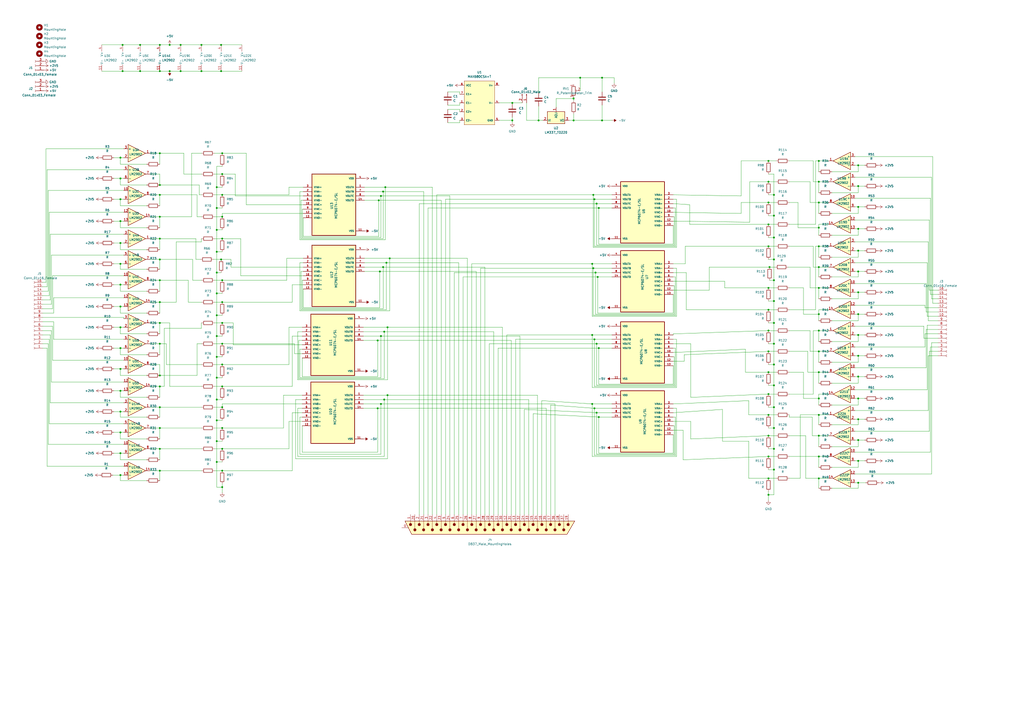
<source format=kicad_sch>
(kicad_sch (version 20211123) (generator eeschema)
  (paper "A2")
  (junction (at 448.945 137.795))
  (junction (at 445.77 277.495))
  (junction (at 125.73 158.115))
  (junction (at 69.85 103.505))
  (junction (at 98.425 41.275))
  (junction (at 69.85 153.035))
  (junction (at 71.12 26.035))
  (junction (at 69.85 262.89))
  (junction (at 69.85 177.8))
  (junction (at 344.805 115.57))
  (junction (at 125.73 194.945))
  (junction (at 92.71 41.275))
  (junction (at 336.55 45.085))
  (junction (at 474.98 264.795))
  (junction (at 349.25 45.085))
  (junction (at 69.85 128.27))
  (junction (at 497.84 255.27))
  (junction (at 448.945 272.415))
  (junction (at 445.77 252.73))
  (junction (at 104.775 26.035))
  (junction (at 448.945 150.495))
  (junction (at 81.28 26.035))
  (junction (at 98.425 26.035))
  (junction (at 345.44 158.115))
  (junction (at 445.77 203.835))
  (junction (at 128.905 175.26))
  (junction (at 474.98 154.94))
  (junction (at 346.075 199.39))
  (junction (at 347.345 201.93))
  (junction (at 69.85 115.57))
  (junction (at 448.945 162.56))
  (junction (at 346.075 118.11))
  (junction (at 219.71 116.205))
  (junction (at 69.85 201.93))
  (junction (at 445.77 117.475))
  (junction (at 116.84 26.035))
  (junction (at 497.84 107.95))
  (junction (at 128.905 113.03))
  (junction (at 224.79 229.235))
  (junction (at 81.28 41.275))
  (junction (at 448.945 113.03))
  (junction (at 346.71 160.655))
  (junction (at 128.905 211.455))
  (junction (at 448.945 248.285))
  (junction (at 497.84 120.015))
  (junction (at 497.84 243.205))
  (junction (at 344.17 155.575))
  (junction (at 125.73 120.65))
  (junction (at 220.98 113.665))
  (junction (at 474.98 93.345))
  (junction (at 448.945 187.325))
  (junction (at 220.98 194.945))
  (junction (at 92.71 113.03))
  (junction (at 92.71 162.56))
  (junction (at 128.905 138.43))
  (junction (at 497.84 145.415))
  (junction (at 92.71 236.22))
  (junction (at 448.945 125.095))
  (junction (at 474.98 117.475))
  (junction (at 332.74 57.15))
  (junction (at 448.945 223.52))
  (junction (at 474.98 167.005))
  (junction (at 222.25 154.94))
  (junction (at 474.98 215.9))
  (junction (at 128.905 260.35))
  (junction (at 497.84 194.31))
  (junction (at 92.71 88.9))
  (junction (at 69.85 226.695))
  (junction (at 220.98 234.315))
  (junction (at 92.71 26.035))
  (junction (at 92.71 187.325))
  (junction (at 445.77 167.005))
  (junction (at 128.27 41.275))
  (junction (at 343.535 234.315))
  (junction (at 92.71 107.315))
  (junction (at 92.71 150.495))
  (junction (at 497.84 218.44))
  (junction (at 474.98 252.73))
  (junction (at 220.345 157.48))
  (junction (at 128.905 248.285))
  (junction (at 222.885 231.775))
  (junction (at 92.71 175.26))
  (junction (at 474.98 191.77))
  (junction (at 92.71 273.05))
  (junction (at 445.77 215.9))
  (junction (at 92.71 248.285))
  (junction (at 474.98 203.835))
  (junction (at 92.71 138.43))
  (junction (at 128.905 100.965))
  (junction (at 312.42 69.85))
  (junction (at 125.73 133.35))
  (junction (at 497.84 231.14))
  (junction (at 224.79 189.865))
  (junction (at 92.71 217.805))
  (junction (at 128.905 88.9))
  (junction (at 347.345 120.65))
  (junction (at 219.075 197.485))
  (junction (at 344.17 113.03))
  (junction (at 474.98 132.08))
  (junction (at 71.12 41.275))
  (junction (at 474.98 277.495))
  (junction (at 128.905 224.155))
  (junction (at 92.71 199.39))
  (junction (at 128.905 187.325))
  (junction (at 474.98 240.665))
  (junction (at 349.25 69.85))
  (junction (at 125.73 219.075))
  (junction (at 116.84 41.275))
  (junction (at 332.74 69.85))
  (junction (at 69.85 250.825))
  (junction (at 474.98 105.41))
  (junction (at 497.84 169.545))
  (junction (at 92.71 224.155))
  (junction (at 69.85 140.97))
  (junction (at 297.18 69.85))
  (junction (at 448.945 211.455))
  (junction (at 445.77 105.41))
  (junction (at 223.52 108.585))
  (junction (at 445.77 240.665))
  (junction (at 497.84 95.885))
  (junction (at 69.85 165.1))
  (junction (at 69.85 275.59))
  (junction (at 448.945 174.625))
  (junction (at 69.85 91.44))
  (junction (at 128.27 26.035))
  (junction (at 497.84 280.035))
  (junction (at 445.77 264.795))
  (junction (at 344.805 196.85))
  (junction (at 343.535 194.31))
  (junction (at 445.77 142.875))
  (junction (at 128.905 236.22))
  (junction (at 445.77 130.175))
  (junction (at 128.27 150.495))
  (junction (at 128.905 282.575))
  (junction (at 125.73 231.775))
  (junction (at 69.85 238.76))
  (junction (at 346.075 239.395))
  (junction (at 497.84 182.245))
  (junction (at 474.98 231.14))
  (junction (at 448.945 260.35))
  (junction (at 219.075 236.855))
  (junction (at 497.84 157.48))
  (junction (at 445.77 191.77))
  (junction (at 125.73 182.88))
  (junction (at 226.06 149.86))
  (junction (at 224.155 152.4))
  (junction (at 344.805 236.855))
  (junction (at 125.73 255.905))
  (junction (at 448.945 236.22))
  (junction (at 222.885 192.405))
  (junction (at 347.345 241.935))
  (junction (at 445.77 287.02))
  (junction (at 128.905 199.39))
  (junction (at 125.73 108.585))
  (junction (at 448.945 199.39))
  (junction (at 125.73 207.01))
  (junction (at 128.905 125.73))
  (junction (at 69.85 189.865))
  (junction (at 125.73 243.84))
  (junction (at 69.85 213.995))
  (junction (at 125.73 170.18))
  (junction (at 128.905 162.56))
  (junction (at 497.84 206.375))
  (junction (at 474.98 142.875))
  (junction (at 446.405 154.94))
  (junction (at 445.77 228.6))
  (junction (at 92.71 260.35))
  (junction (at 104.775 41.275))
  (junction (at 474.98 182.245))
  (junction (at 128.905 273.05))
  (junction (at 222.25 111.125))
  (junction (at 297.18 59.69))
  (junction (at 445.77 93.345))
  (junction (at 343.535 153.035))
  (junction (at 125.73 267.97))
  (junction (at 125.73 146.05))
  (junction (at 445.77 179.705))
  (junction (at 497.84 267.335))
  (junction (at 497.84 132.715))
  (junction (at 92.71 125.73))
  (wire (pts (xy 92.71 88.9) (xy 106.68 88.9)))
  (wire (pts (xy 289.56 69.85) (xy 297.18 69.85)))
  (wire (pts (xy 345.44 158.115) (xy 354.965 158.115)))
  (wire (pts (xy 175.895 113.665) (xy 136.525 113.665)))
  (wire (pts (xy 480.695 179.705) (xy 474.98 179.705)))
  (wire (pts (xy 115.57 113.03) (xy 116.84 113.03)))
  (wire (pts (xy 497.84 231.14) (xy 495.935 231.14)))
  (wire (pts (xy 448.945 260.35) (xy 448.945 248.285)))
  (wire (pts (xy 448.945 248.285) (xy 445.77 248.285)))
  (wire (pts (xy 128.905 113.03) (xy 167.64 113.03)))
  (wire (pts (xy 69.85 205.74) (xy 85.09 205.74)))
  (wire (pts (xy 347.345 262.89) (xy 347.345 241.935)))
  (wire (pts (xy 27.94 257.81) (xy 27.94 199.39)))
  (wire (pts (xy 175.26 179.07) (xy 222.25 179.07)))
  (wire (pts (xy 92.71 260.35) (xy 116.84 260.35)))
  (wire (pts (xy 125.73 96.52) (xy 128.905 96.52)))
  (wire (pts (xy 66.0935 140.97) (xy 69.85 140.97)))
  (wire (pts (xy 116.84 140.335) (xy 116.84 138.43)))
  (wire (pts (xy 113.665 150.495) (xy 116.205 150.495)))
  (wire (pts (xy 392.43 143.51) (xy 344.17 143.51)))
  (wire (pts (xy 473.075 179.705) (xy 457.835 179.705)))
  (wire (pts (xy 27.305 166.37) (xy 24.765 166.37)))
  (wire (pts (xy 346.075 223.52) (xy 346.075 199.39)))
  (wire (pts (xy 539.75 201.295) (xy 539.75 262.255)))
  (wire (pts (xy 96.52 199.39) (xy 96.52 211.455)))
  (wire (pts (xy 344.17 113.03) (xy 253.365 113.03)))
  (wire (pts (xy 24.765 168.91) (xy 27.94 168.91)))
  (wire (pts (xy 69.85 278.765) (xy 85.09 278.765)))
  (wire (pts (xy 133.985 150.495) (xy 128.27 150.495)))
  (wire (pts (xy 173.99 111.125) (xy 173.99 139.065)))
  (wire (pts (xy 457.835 215.9) (xy 466.09 215.9)))
  (wire (pts (xy 473.075 130.175) (xy 473.075 93.345)))
  (wire (pts (xy 169.545 194.945) (xy 175.26 194.945)))
  (wire (pts (xy 536.575 201.295) (xy 495.935 201.295)))
  (wire (pts (xy 175.895 118.745) (xy 142.875 118.745)))
  (wire (pts (xy 467.36 277.495) (xy 467.36 252.73)))
  (wire (pts (xy 167.64 244.475) (xy 167.64 260.35)))
  (wire (pts (xy 457.835 130.175) (xy 473.075 130.175)))
  (wire (pts (xy 346.075 142.24) (xy 346.075 118.11)))
  (wire (pts (xy 66.04 115.57) (xy 69.85 115.57)))
  (wire (pts (xy 294.005 194.31) (xy 294.005 298.45)))
  (wire (pts (xy 497.84 145.415) (xy 497.84 149.225)))
  (wire (pts (xy 136.525 100.965) (xy 128.905 100.965)))
  (wire (pts (xy 450.215 117.475) (xy 445.77 117.475)))
  (wire (pts (xy 474.98 215.9) (xy 468.63 215.9)))
  (wire (pts (xy 124.46 187.325) (xy 128.905 187.325)))
  (wire (pts (xy 124.46 273.05) (xy 128.905 273.05)))
  (wire (pts (xy 69.85 254.635) (xy 85.09 254.635)))
  (wire (pts (xy 69.85 250.825) (xy 71.755 250.825)))
  (wire (pts (xy 396.875 209.55) (xy 390.525 209.55)))
  (wire (pts (xy 474.98 142.875) (xy 473.075 142.875)))
  (wire (pts (xy 69.85 213.995) (xy 71.755 213.995)))
  (wire (pts (xy 480.695 277.495) (xy 474.98 277.495)))
  (wire (pts (xy 69.85 115.57) (xy 71.755 115.57)))
  (wire (pts (xy 495.935 226.06) (xy 537.845 226.06)))
  (wire (pts (xy 29.845 176.53) (xy 24.765 176.53)))
  (wire (pts (xy 474.98 203.835) (xy 474.98 210.185)))
  (wire (pts (xy 448.945 223.52) (xy 445.77 223.52)))
  (wire (pts (xy 123.825 150.495) (xy 128.27 150.495)))
  (wire (pts (xy 31.115 172.72) (xy 31.115 181.61)))
  (wire (pts (xy 222.25 154.94) (xy 281.305 154.94)))
  (wire (pts (xy 226.06 149.86) (xy 271.145 149.86)))
  (wire (pts (xy 175.895 137.16) (xy 219.71 137.16)))
  (wire (pts (xy 69.85 153.035) (xy 71.755 153.035)))
  (wire (pts (xy 344.805 236.855) (xy 319.405 234.95)))
  (wire (pts (xy 125.73 231.775) (xy 125.73 219.075)))
  (wire (pts (xy 474.98 167.005) (xy 474.98 173.355)))
  (wire (pts (xy 69.85 115.57) (xy 69.85 119.38)))
  (wire (pts (xy 125.73 267.97) (xy 125.73 282.575)))
  (wire (pts (xy 66.04 250.825) (xy 69.85 250.825)))
  (wire (pts (xy 125.73 255.905) (xy 125.73 243.84)))
  (wire (pts (xy 59.055 41.275) (xy 71.12 41.275)))
  (wire (pts (xy 434.34 277.495) (xy 445.77 277.495)))
  (wire (pts (xy 537.845 152.4) (xy 537.845 183.515)))
  (wire (pts (xy 263.525 158.115) (xy 263.525 298.45)))
  (wire (pts (xy 347.345 120.65) (xy 248.285 120.65)))
  (wire (pts (xy 474.98 231.14) (xy 474.98 234.95)))
  (wire (pts (xy 66.04 201.93) (xy 69.85 201.93)))
  (wire (pts (xy 474.98 191.77) (xy 474.98 198.12)))
  (wire (pts (xy 539.115 168.275) (xy 544.195 168.275)))
  (wire (pts (xy 501.65 120.015) (xy 497.84 120.015)))
  (wire (pts (xy 125.73 170.18) (xy 128.905 170.18)))
  (wire (pts (xy 259.715 71.12) (xy 266.7 71.12)))
  (wire (pts (xy 480.695 252.73) (xy 474.98 252.73)))
  (wire (pts (xy 462.915 117.475) (xy 457.835 117.475)))
  (wire (pts (xy 390.525 204.47) (xy 432.435 202.565)))
  (wire (pts (xy 434.34 240.665) (xy 445.77 240.665)))
  (wire (pts (xy 400.685 230.505) (xy 400.685 199.39)))
  (wire (pts (xy 175.895 167.64) (xy 175.895 178.435)))
  (wire (pts (xy 174.625 157.48) (xy 174.625 179.705)))
  (wire (pts (xy 419.1 237.49) (xy 419.1 255.905)))
  (wire (pts (xy 125.73 108.585) (xy 125.73 96.52)))
  (wire (pts (xy 125.73 182.88) (xy 128.905 182.88)))
  (wire (pts (xy 124.46 138.43) (xy 128.905 138.43)))
  (wire (pts (xy 474.98 240.665) (xy 464.185 240.665)))
  (wire (pts (xy 411.48 168.275) (xy 390.525 168.275)))
  (wire (pts (xy 466.09 215.9) (xy 466.09 231.14)))
  (wire (pts (xy 172.72 236.855) (xy 172.72 264.795)))
  (wire (pts (xy 220.98 137.795) (xy 220.98 113.665)))
  (wire (pts (xy 69.85 241.935) (xy 85.09 241.935)))
  (wire (pts (xy 125.73 243.84) (xy 128.905 243.84)))
  (wire (pts (xy 354.965 160.655) (xy 346.71 160.655)))
  (wire (pts (xy 69.85 165.1) (xy 71.755 165.1)))
  (wire (pts (xy 281.305 154.94) (xy 281.305 298.45)))
  (wire (pts (xy 429.895 93.345) (xy 445.77 93.345)))
  (wire (pts (xy 448.945 125.095) (xy 448.945 113.03)))
  (wire (pts (xy 497.84 169.545) (xy 497.84 173.355)))
  (wire (pts (xy 539.115 250.19) (xy 539.115 203.835)))
  (wire (pts (xy 69.85 140.97) (xy 69.85 144.78)))
  (wire (pts (xy 464.185 240.665) (xy 464.185 277.495)))
  (wire (pts (xy 69.85 262.89) (xy 69.85 266.7)))
  (wire (pts (xy 224.79 189.865) (xy 291.465 189.865)))
  (wire (pts (xy 125.73 120.65) (xy 125.73 108.585)))
  (wire (pts (xy 27.305 201.93) (xy 24.765 201.93)))
  (wire (pts (xy 66.04 128.27) (xy 69.85 128.27)))
  (wire (pts (xy 66.04 165.1) (xy 69.85 165.1)))
  (wire (pts (xy 219.075 197.485) (xy 296.545 197.485)))
  (wire (pts (xy 354.965 69.85) (xy 349.25 69.85)))
  (wire (pts (xy 175.26 207.645) (xy 175.26 218.44)))
  (wire (pts (xy 541.02 90.805) (xy 495.935 90.805)))
  (wire (pts (xy 332.74 56.515) (xy 332.74 57.15)))
  (wire (pts (xy 28.575 123.19) (xy 28.575 171.45)))
  (wire (pts (xy 124.46 88.9) (xy 128.905 88.9)))
  (wire (pts (xy 540.385 102.87) (xy 540.385 173.355)))
  (wire (pts (xy 69.85 153.035) (xy 69.85 156.21)))
  (wire (pts (xy 537.21 180.975) (xy 537.21 164.465)))
  (wire (pts (xy 219.075 262.255) (xy 219.075 236.855)))
  (wire (pts (xy 501.65 169.545) (xy 497.84 169.545)))
  (wire (pts (xy 396.24 249.555) (xy 390.525 249.555)))
  (wire (pts (xy 172.72 264.795) (xy 222.885 264.795)))
  (wire (pts (xy 86.995 273.05) (xy 92.71 273.05)))
  (wire (pts (xy 497.84 259.08) (xy 482.6 259.08)))
  (wire (pts (xy 501.65 243.205) (xy 497.84 243.205)))
  (wire (pts (xy 344.805 115.57) (xy 258.445 115.57)))
  (wire (pts (xy 250.825 108.585) (xy 250.825 298.45)))
  (wire (pts (xy 128.905 282.575) (xy 128.905 285.75)))
  (wire (pts (xy 332.74 57.15) (xy 322.58 57.15)))
  (wire (pts (xy 346.075 118.11) (xy 243.205 118.11)))
  (wire (pts (xy 86.995 113.03) (xy 92.71 113.03)))
  (wire (pts (xy 540.385 198.755) (xy 540.385 274.955)))
  (wire (pts (xy 173.99 152.4) (xy 173.99 180.34)))
  (wire (pts (xy 124.46 211.455) (xy 128.905 211.455)))
  (wire (pts (xy 397.51 142.875) (xy 397.51 153.035)))
  (wire (pts (xy 175.895 157.48) (xy 174.625 157.48)))
  (wire (pts (xy 391.16 142.24) (xy 346.075 142.24)))
  (wire (pts (xy 125.73 158.115) (xy 125.73 146.05)))
  (wire (pts (xy 501.65 132.715) (xy 497.84 132.715)))
  (wire (pts (xy 319.405 234.95) (xy 319.405 298.45)))
  (wire (pts (xy 224.155 152.4) (xy 211.455 152.4)))
  (wire (pts (xy 474.98 154.94) (xy 471.805 154.94)))
  (wire (pts (xy 171.45 266.065) (xy 224.79 266.065)))
  (wire (pts (xy 538.48 140.335) (xy 538.48 186.055)))
  (wire (pts (xy 31.115 196.85) (xy 71.755 196.85)))
  (wire (pts (xy 344.17 155.575) (xy 278.765 155.575)))
  (wire (pts (xy 450.215 142.875) (xy 445.77 142.875)))
  (wire (pts (xy 124.46 199.39) (xy 128.905 199.39)))
  (wire (pts (xy 92.71 199.39) (xy 96.52 199.39)))
  (wire (pts (xy 128.905 260.35) (xy 167.64 260.35)))
  (wire (pts (xy 538.48 186.055) (xy 544.195 186.055)))
  (wire (pts (xy 497.84 107.95) (xy 497.84 111.76)))
  (wire (pts (xy 175.26 247.015) (xy 175.26 262.255)))
  (wire (pts (xy 210.82 231.775) (xy 222.885 231.775)))
  (wire (pts (xy 114.3 199.39) (xy 116.84 199.39)))
  (wire (pts (xy 27.305 98.425) (xy 27.305 166.37)))
  (wire (pts (xy 173.99 139.065) (xy 223.52 139.065)))
  (wire (pts (xy 92.71 217.805) (xy 114.3 217.805)))
  (wire (pts (xy 538.48 140.335) (xy 495.935 140.335)))
  (wire (pts (xy 28.575 171.45) (xy 24.765 171.45)))
  (wire (pts (xy 474.98 130.175) (xy 474.98 132.08)))
  (wire (pts (xy 343.535 194.31) (xy 354.965 194.31)))
  (wire (pts (xy 450.215 264.795) (xy 445.77 264.795)))
  (wire (pts (xy 106.68 100.965) (xy 116.84 100.965)))
  (wire (pts (xy 419.1 255.905) (xy 434.34 255.905)))
  (wire (pts (xy 111.125 125.73) (xy 111.125 88.9)))
  (wire (pts (xy 445.77 285.115) (xy 445.77 287.02)))
  (wire (pts (xy 501.65 182.245) (xy 497.84 182.245)))
  (wire (pts (xy 445.77 191.77) (xy 390.525 193.675)))
  (wire (pts (xy 474.98 179.705) (xy 474.98 182.245)))
  (wire (pts (xy 535.94 196.215) (xy 535.94 189.23)))
  (wire (pts (xy 480.695 130.175) (xy 474.98 130.175)))
  (wire (pts (xy 448.945 199.39) (xy 445.77 199.39)))
  (wire (pts (xy 474.98 252.73) (xy 474.98 259.08)))
  (wire (pts (xy 128.905 162.56) (xy 166.37 162.56)))
  (wire (pts (xy 501.65 206.375) (xy 497.84 206.375)))
  (wire (pts (xy 502.1986 280.035) (xy 497.84 280.035)))
  (wire (pts (xy 128.905 267.97) (xy 125.73 267.97)))
  (wire (pts (xy 220.98 194.945) (xy 210.82 194.945)))
  (wire (pts (xy 538.48 238.125) (xy 538.48 206.375)))
  (wire (pts (xy 536.575 193.675) (xy 544.195 193.675)))
  (wire (pts (xy 66.04 189.865) (xy 69.85 189.865)))
  (wire (pts (xy 391.795 142.875) (xy 344.805 142.875)))
  (wire (pts (xy 173.355 197.485) (xy 173.355 219.71)))
  (wire (pts (xy 495.935 262.255) (xy 539.75 262.255)))
  (wire (pts (xy 98.425 187.325) (xy 98.425 224.155)))
  (wire (pts (xy 344.805 264.16) (xy 344.805 236.855)))
  (wire (pts (xy 480.695 228.6) (xy 474.98 228.6)))
  (wire (pts (xy 457.835 105.41) (xy 469.9 105.41)))
  (wire (pts (xy 349.25 53.34) (xy 349.25 45.085)))
  (wire (pts (xy 98.425 41.275) (xy 104.775 41.275)))
  (wire (pts (xy 175.26 241.935) (xy 173.99 241.935)))
  (wire (pts (xy 501.65 157.48) (xy 497.84 157.48)))
  (wire (pts (xy 450.215 252.73) (xy 445.77 252.73)))
  (wire (pts (xy 220.98 234.315) (xy 210.82 234.315)))
  (wire (pts (xy 469.9 105.41) (xy 469.9 117.475)))
  (wire (pts (xy 469.9 191.77) (xy 457.835 191.77)))
  (wire (pts (xy 69.85 217.805) (xy 85.09 217.805)))
  (wire (pts (xy 497.84 132.715) (xy 495.935 132.715)))
  (wire (pts (xy 167.64 113.03) (xy 167.64 108.585)))
  (wire (pts (xy 24.765 173.99) (xy 29.21 173.99)))
  (wire (pts (xy 268.605 160.655) (xy 268.605 298.45)))
  (wire (pts (xy 471.805 93.345) (xy 457.835 93.345)))
  (wire (pts (xy 497.84 157.48) (xy 495.935 157.48)))
  (wire (pts (xy 26.67 163.83) (xy 26.67 86.36)))
  (wire (pts (xy 343.535 224.79) (xy 343.535 194.31)))
  (wire (pts (xy 400.685 244.475) (xy 400.685 254.635)))
  (wire (pts (xy 390.525 181.61) (xy 346.71 181.61)))
  (wire (pts (xy 29.21 173.99) (xy 29.21 135.89)))
  (wire (pts (xy 346.075 199.39) (xy 354.965 199.39)))
  (wire (pts (xy 92.71 107.315) (xy 115.57 107.315)))
  (wire (pts (xy 169.545 239.395) (xy 169.545 273.05)))
  (wire (pts (xy 450.215 203.835) (xy 445.77 203.835)))
  (wire (pts (xy 420.37 167.005) (xy 420.37 163.195)))
  (wire (pts (xy 96.52 211.455) (xy 116.84 211.455)))
  (wire (pts (xy 135.255 187.325) (xy 128.905 187.325)))
  (wire (pts (xy 448.945 236.22) (xy 448.945 223.52)))
  (wire (pts (xy 390.525 222.885) (xy 347.345 222.885)))
  (wire (pts (xy 69.85 226.695) (xy 71.755 226.695)))
  (wire (pts (xy 343.535 183.515) (xy 343.535 153.035)))
  (wire (pts (xy 116.84 190.5) (xy 116.84 187.325)))
  (wire (pts (xy 390.525 125.73) (xy 391.16 125.73)))
  (wire (pts (xy 445.77 264.795) (xy 396.24 266.7)))
  (wire (pts (xy 448.945 137.795) (xy 448.945 125.095)))
  (wire (pts (xy 471.805 142.875) (xy 457.835 142.875)))
  (wire (pts (xy 173.99 202.565) (xy 173.99 219.075)))
  (wire (pts (xy 175.26 234.315) (xy 128.905 234.315)))
  (wire (pts (xy 92.71 211.455) (xy 92.71 217.805)))
  (wire (pts (xy 220.98 234.315) (xy 321.945 234.315)))
  (wire (pts (xy 173.355 219.71) (xy 222.885 219.71)))
  (wire (pts (xy 128.905 199.39) (xy 170.815 199.39)))
  (wire (pts (xy 69.85 128.27) (xy 71.755 128.27)))
  (wire (pts (xy 175.895 123.825) (xy 128.905 123.825)))
  (wire (pts (xy 390.525 247.015) (xy 391.16 247.015)))
  (wire (pts (xy 69.85 103.505) (xy 71.755 103.505)))
  (wire (pts (xy 30.48 189.23) (xy 24.765 189.23)))
  (wire (pts (xy 125.73 170.18) (xy 125.73 158.115)))
  (wire (pts (xy 390.525 241.935) (xy 391.795 241.935)))
  (wire (pts (xy 66.04 91.44) (xy 69.85 91.44)))
  (wire (pts (xy 65.4914 275.59) (xy 69.85 275.59)))
  (wire (pts (xy 497.84 206.375) (xy 495.935 206.375)))
  (wire (pts (xy 497.84 198.12) (xy 482.6 198.12)))
  (wire (pts (xy 462.915 132.08) (xy 462.915 117.475)))
  (wire (pts (xy 69.85 144.78) (xy 85.09 144.78)))
  (wire (pts (xy 448.945 199.39) (xy 448.945 187.325)))
  (wire (pts (xy 474.98 132.08) (xy 474.98 136.525)))
  (wire (pts (xy 24.765 184.15) (xy 71.755 184.15)))
  (wire (pts (xy 448.945 174.625) (xy 445.77 174.625)))
  (wire (pts (xy 142.875 118.745) (xy 142.875 88.9)))
  (wire (pts (xy 349.25 69.85) (xy 332.74 69.85)))
  (wire (pts (xy 92.71 175.26) (xy 92.71 181.61)))
  (wire (pts (xy 434.975 128.905) (xy 390.525 128.27)))
  (wire (pts (xy 128.905 280.67) (xy 128.905 282.575)))
  (wire (pts (xy 390.525 115.57) (xy 392.43 115.57)))
  (wire (pts (xy 537.845 188.595) (xy 537.845 226.06)))
  (wire (pts (xy 30.48 208.915) (xy 30.48 189.23)))
  (wire (pts (xy 474.98 182.245) (xy 474.98 186.055)))
  (wire (pts (xy 98.425 224.155) (xy 116.84 224.155)))
  (wire (pts (xy 289.56 59.69) (xy 297.18 59.69)))
  (wire (pts (xy 26.67 86.36) (xy 71.755 86.36)))
  (wire (pts (xy 69.85 91.44) (xy 69.85 95.25)))
  (wire (pts (xy 219.075 236.855) (xy 316.865 236.855)))
  (wire (pts (xy 139.7 138.43) (xy 128.905 138.43)))
  (wire (pts (xy 109.22 162.56) (xy 109.22 175.26)))
  (wire (pts (xy 92.71 273.05) (xy 116.84 273.05)))
  (wire (pts (xy 450.215 93.345) (xy 445.77 93.345)))
  (wire (pts (xy 297.18 69.85) (xy 297.18 71.12)))
  (wire (pts (xy 322.58 57.15) (xy 322.58 62.23)))
  (wire (pts (xy 69.85 140.97) (xy 71.755 140.97)))
  (wire (pts (xy 536.575 177.165) (xy 536.575 178.435)))
  (wire (pts (xy 109.22 175.26) (xy 116.84 175.26)))
  (wire (pts (xy 448.945 187.325) (xy 445.77 187.325)))
  (wire (pts (xy 111.125 88.9) (xy 116.84 88.9)))
  (wire (pts (xy 69.85 275.59) (xy 69.85 278.765)))
  (wire (pts (xy 86.995 138.43) (xy 92.71 138.43)))
  (wire (pts (xy 69.85 95.25) (xy 85.09 95.25)))
  (wire (pts (xy 125.73 133.35) (xy 125.73 120.65)))
  (wire (pts (xy 27.94 168.91) (xy 27.94 110.49)))
  (wire (pts (xy 66.04 213.995) (xy 69.85 213.995)))
  (wire (pts (xy 497.84 182.245) (xy 495.935 182.245)))
  (wire (pts (xy 497.84 206.375) (xy 497.84 210.185)))
  (wire (pts (xy 343.535 153.035) (xy 354.965 153.035)))
  (wire (pts (xy 346.075 118.11) (xy 354.965 118.11)))
  (wire (pts (xy 24.765 186.69) (xy 31.115 186.69)))
  (wire (pts (xy 343.535 234.315) (xy 354.965 234.315)))
  (wire (pts (xy 92.71 175.26) (xy 102.235 175.26)))
  (wire (pts (xy 497.84 255.27) (xy 495.935 255.27)))
  (wire (pts (xy 316.865 236.855) (xy 316.865 298.45)))
  (wire (pts (xy 86.995 211.455) (xy 92.71 211.455)))
  (wire (pts (xy 497.84 99.695) (xy 482.6 99.695)))
  (wire (pts (xy 497.84 123.825) (xy 482.6 123.825)))
  (wire (pts (xy 95.25 190.5) (xy 116.84 190.5)))
  (wire (pts (xy 495.935 127.635) (xy 539.115 127.635)))
  (wire (pts (xy 92.71 224.155) (xy 92.71 230.505)))
  (wire (pts (xy 497.84 157.48) (xy 497.84 160.655)))
  (wire (pts (xy 354.965 155.575) (xy 344.17 155.575)))
  (wire (pts (xy 305.435 69.85) (xy 312.42 69.85)))
  (wire (pts (xy 223.52 108.585) (xy 250.825 108.585)))
  (wire (pts (xy 125.73 146.05) (xy 125.73 133.35)))
  (wire (pts (xy 469.9 154.94) (xy 457.2 154.94)))
  (wire (pts (xy 92.71 236.22) (xy 92.71 241.935)))
  (wire (pts (xy 92.71 248.285) (xy 116.84 248.285)))
  (wire (pts (xy 125.73 207.01) (xy 125.73 194.945)))
  (wire (pts (xy 321.945 234.315) (xy 321.945 298.45)))
  (wire (pts (xy 392.43 196.85) (xy 392.43 224.79)))
  (wire (pts (xy 125.73 108.585) (xy 128.905 108.585)))
  (wire (pts (xy 92.71 248.285) (xy 92.71 254.635)))
  (wire (pts (xy 497.84 145.415) (xy 495.935 145.415)))
  (wire (pts (xy 474.98 105.41) (xy 474.98 111.76)))
  (wire (pts (xy 450.215 240.665) (xy 445.77 240.665)))
  (wire (pts (xy 81.28 26.035) (xy 92.71 26.035)))
  (wire (pts (xy 128.905 273.05) (xy 169.545 273.05)))
  (wire (pts (xy 495.935 102.87) (xy 540.385 102.87)))
  (wire (pts (xy 390.525 196.85) (xy 392.43 196.85)))
  (wire (pts (xy 71.755 208.915) (xy 30.48 208.915)))
  (wire (pts (xy 536.575 178.435) (xy 544.195 178.435)))
  (wire (pts (xy 210.82 236.855) (xy 219.075 236.855)))
  (wire (pts (xy 349.25 45.085) (xy 356.235 45.085)))
  (wire (pts (xy 497.84 246.38) (xy 482.6 246.38)))
  (wire (pts (xy 125.73 158.115) (xy 128.27 158.115)))
  (wire (pts (xy 400.685 199.39) (xy 390.525 199.39)))
  (wire (pts (xy 541.02 175.895) (xy 544.195 175.895)))
  (wire (pts (xy 258.445 115.57) (xy 258.445 298.45)))
  (wire (pts (xy 266.7 53.34) (xy 266.7 54.61)))
  (wire (pts (xy 66.04 226.695) (xy 69.85 226.695)))
  (wire (pts (xy 220.98 263.525) (xy 220.98 234.315)))
  (wire (pts (xy 125.73 282.575) (xy 128.905 282.575)))
  (wire (pts (xy 390.525 193.675) (xy 390.525 194.31)))
  (wire (pts (xy 539.75 170.815) (xy 544.195 170.815)))
  (wire (pts (xy 92.71 100.965) (xy 92.71 107.315)))
  (wire (pts (xy 175.895 121.285) (xy 175.26 121.285)))
  (wire (pts (xy 354.965 196.85) (xy 344.805 196.85)))
  (wire (pts (xy 69.85 230.505) (xy 85.09 230.505)))
  (wire (pts (xy 544.195 196.215) (xy 535.94 196.215)))
  (wire (pts (xy 497.84 194.31) (xy 495.935 194.31)))
  (wire (pts (xy 299.085 298.45) (xy 299.085 196.85)))
  (wire (pts (xy 539.75 114.935) (xy 495.935 114.935)))
  (wire (pts (xy 445.77 272.415) (xy 448.945 272.415)))
  (wire (pts (xy 113.665 138.43) (xy 113.665 150.495)))
  (wire (pts (xy 343.535 234.315) (xy 314.325 232.41)))
  (wire (pts (xy 175.26 262.255) (xy 219.075 262.255)))
  (wire (pts (xy 27.305 270.51) (xy 27.305 201.93)))
  (wire (pts (xy 69.85 189.865) (xy 71.755 189.865)))
  (wire (pts (xy 92.71 26.035) (xy 98.425 26.035)))
  (wire (pts (xy 497.84 136.525) (xy 482.6 136.525)))
  (wire (pts (xy 467.36 252.73) (xy 457.835 252.73)))
  (wire (pts (xy 128.905 234.315) (xy 128.905 236.22)))
  (wire (pts (xy 125.73 219.075) (xy 125.73 207.01)))
  (wire (pts (xy 266.7 63.5) (xy 266.7 64.77)))
  (wire (pts (xy 497.84 186.055) (xy 482.6 186.055)))
  (wire (pts (xy 220.98 219.075) (xy 220.98 194.945)))
  (wire (pts (xy 69.85 168.91) (xy 85.09 168.91)))
  (wire (pts (xy 86.995 175.26) (xy 92.71 175.26)))
  (wire (pts (xy 224.79 220.345) (xy 224.79 189.865)))
  (wire (pts (xy 448.945 287.02) (xy 445.77 287.02)))
  (wire (pts (xy 497.84 280.035) (xy 497.84 283.21)))
  (wire (pts (xy 69.85 103.505) (xy 69.85 107.315)))
  (wire (pts (xy 497.84 255.27) (xy 497.84 259.08)))
  (wire (pts (xy 69.85 189.865) (xy 69.85 193.675)))
  (wire (pts (xy 474.98 277.495) (xy 467.36 277.495)))
  (wire (pts (xy 69.85 181.61) (xy 85.09 181.61)))
  (wire (pts (xy 497.84 218.44) (xy 495.935 218.44)))
  (wire (pts (xy 391.16 263.525) (xy 346.075 263.525)))
  (wire (pts (xy 445.77 130.175) (xy 400.05 130.175)))
  (wire (pts (xy 29.21 233.68) (xy 29.21 194.31)))
  (wire (pts (xy 135.255 200.025) (xy 135.255 187.325)))
  (wire (pts (xy 474.98 117.475) (xy 474.98 123.825)))
  (wire (pts (xy 92.71 162.56) (xy 109.22 162.56)))
  (wire (pts (xy 432.435 215.9) (xy 445.77 215.9)))
  (wire (pts (xy 175.26 239.395) (xy 169.545 239.395)))
  (wire (pts (xy 175.895 160.02) (xy 139.7 160.02)))
  (wire (pts (xy 450.215 167.005) (xy 445.77 167.005)))
  (wire (pts (xy 448.945 211.455) (xy 445.77 211.455)))
  (wire (pts (xy 266.065 152.4) (xy 266.065 298.45)))
  (wire (pts (xy 222.25 138.43) (xy 222.25 111.125)))
  (wire (pts (xy 211.455 113.665) (xy 220.98 113.665)))
  (wire (pts (xy 92.71 260.35) (xy 92.71 266.7)))
  (wire (pts (xy 497.84 95.885) (xy 497.84 99.695)))
  (wire (pts (xy 92.71 162.56) (xy 92.71 168.91)))
  (wire (pts (xy 354.965 115.57) (xy 344.805 115.57)))
  (wire (pts (xy 69.85 119.38) (xy 85.09 119.38)))
  (wire (pts (xy 391.795 201.93) (xy 391.795 224.155)))
  (wire (pts (xy 297.18 59.69) (xy 297.18 60.325)))
  (wire (pts (xy 259.715 63.5) (xy 266.7 63.5)))
  (wire (pts (xy 480.695 264.795) (xy 474.98 264.795)))
  (wire (pts (xy 501.65 267.335) (xy 497.84 267.335)))
  (wire (pts (xy 312.42 45.085) (xy 312.42 53.975)))
  (wire (pts (xy 345.44 182.245) (xy 345.44 158.115)))
  (wire (pts (xy 391.16 125.73) (xy 391.16 142.24)))
  (wire (pts (xy 115.57 107.315) (xy 115.57 113.03)))
  (wire (pts (xy 469.9 117.475) (xy 474.98 117.475)))
  (wire (pts (xy 301.625 194.945) (xy 301.625 298.45)))
  (wire (pts (xy 537.845 183.515) (xy 544.195 183.515)))
  (wire (pts (xy 86.995 125.73) (xy 92.71 125.73)))
  (wire (pts (xy 299.085 196.85) (xy 344.805 196.85)))
  (wire (pts (xy 29.845 191.77) (xy 24.765 191.77)))
  (wire (pts (xy 167.64 189.865) (xy 175.26 189.865)))
  (wire (pts (xy 291.465 189.865) (xy 291.465 298.45)))
  (wire (pts (xy 450.215 130.175) (xy 445.77 130.175)))
  (wire (pts (xy 104.775 26.035) (xy 116.84 26.035)))
  (wire (pts (xy 390.525 160.655) (xy 391.795 160.655)))
  (wire (pts (xy 448.945 162.56) (xy 448.945 150.495)))
  (wire (pts (xy 539.75 170.815) (xy 539.75 114.935)))
  (wire (pts (xy 391.16 165.735) (xy 391.16 182.245)))
  (wire (pts (xy 540.385 198.755) (xy 544.195 198.755)))
  (wire (pts (xy 175.26 218.44) (xy 219.075 218.44)))
  (wire (pts (xy 167.64 211.455) (xy 167.64 189.865)))
  (wire (pts (xy 450.215 191.77) (xy 445.77 191.77)))
  (wire (pts (xy 169.545 175.26) (xy 169.545 165.1)))
  (wire (pts (xy 392.43 224.79) (xy 343.535 224.79)))
  (wire (pts (xy 175.895 162.56) (xy 175.26 162.56)))
  (wire (pts (xy 537.21 164.465) (xy 495.935 164.465)))
  (wire (pts (xy 474.98 240.665) (xy 474.98 246.38)))
  (wire (pts (xy 92.71 187.325) (xy 92.71 193.675)))
  (wire (pts (xy 344.17 143.51) (xy 344.17 113.03)))
  (wire (pts (xy 400.05 118.745) (xy 390.525 118.11)))
  (wire (pts (xy 448.945 150.495) (xy 448.945 137.795)))
  (wire (pts (xy 69.85 238.76) (xy 69.85 241.935)))
  (wire (pts (xy 448.945 150.495) (xy 445.77 150.495)))
  (wire (pts (xy 125.73 207.01) (xy 128.905 207.01)))
  (wire (pts (xy 390.525 170.815) (xy 390.525 181.61)))
  (wire (pts (xy 86.995 162.56) (xy 92.71 162.56)))
  (wire (pts (xy 29.845 147.955) (xy 29.845 176.53)))
  (wire (pts (xy 445.77 252.73) (xy 400.685 254.635)))
  (wire (pts (xy 169.545 224.155) (xy 169.545 194.945)))
  (wire (pts (xy 222.885 264.795) (xy 222.885 231.775)))
  (wire (pts (xy 466.09 231.14) (xy 474.98 231.14)))
  (wire (pts (xy 102.235 140.335) (xy 116.84 140.335)))
  (wire (pts (xy 356.235 45.085) (xy 356.235 48.26)))
  (wire (pts (xy 347.345 201.93) (xy 288.925 201.93)))
  (wire (pts (xy 71.755 172.72) (xy 31.115 172.72)))
  (wire (pts (xy 448.945 272.415) (xy 448.945 287.02)))
  (wire (pts (xy 480.695 215.9) (xy 474.98 215.9)))
  (wire (pts (xy 434.34 255.905) (xy 434.34 277.495)))
  (wire (pts (xy 175.895 178.435) (xy 220.345 178.435)))
  (wire (pts (xy 398.145 158.115) (xy 390.525 158.115)))
  (wire (pts (xy 429.895 117.475) (xy 445.77 117.475)))
  (wire (pts (xy 222.25 179.07) (xy 222.25 154.94)))
  (wire (pts (xy 346.075 239.395) (xy 354.965 239.395)))
  (wire (pts (xy 497.84 132.715) (xy 497.84 136.525)))
  (wire (pts (xy 245.745 298.45) (xy 245.745 111.125)))
  (wire (pts (xy 271.145 149.86) (xy 271.145 298.45)))
  (wire (pts (xy 224.79 189.865) (xy 210.82 189.865)))
  (wire (pts (xy 390.525 207.01) (xy 391.16 207.01)))
  (wire (pts (xy 497.84 173.355) (xy 482.6 173.355)))
  (wire (pts (xy 92.71 125.73) (xy 111.125 125.73)))
  (wire (pts (xy 497.84 194.31) (xy 497.84 198.12)))
  (wire (pts (xy 24.765 179.07) (xy 30.48 179.07)))
  (wire (pts (xy 434.34 240.665) (xy 434.34 232.41)))
  (wire (pts (xy 434.975 105.41) (xy 434.975 128.905)))
  (wire (pts (xy 471.17 252.73) (xy 471.17 241.935)))
  (wire (pts (xy 172.72 220.345) (xy 224.79 220.345)))
  (wire (pts (xy 92.71 150.495) (xy 111.76 150.495)))
  (wire (pts (xy 69.85 193.675) (xy 85.09 193.675)))
  (wire (pts (xy 29.21 135.89) (xy 71.755 135.89)))
  (wire (pts (xy 312.42 45.085) (xy 336.55 45.085)))
  (wire (pts (xy 170.815 199.39) (xy 170.815 205.105)))
  (wire (pts (xy 223.52 139.065) (xy 223.52 108.585)))
  (wire (pts (xy 92.71 199.39) (xy 92.71 205.74)))
  (wire (pts (xy 346.71 160.655) (xy 268.605 160.655)))
  (wire (pts (xy 497.84 160.655) (xy 482.6 160.655)))
  (wire (pts (xy 273.685 153.035) (xy 273.685 298.45)))
  (wire (pts (xy 224.155 179.705) (xy 224.155 152.4)))
  (wire (pts (xy 390.525 212.09) (xy 390.525 222.885)))
  (wire (pts (xy 344.17 182.88) (xy 344.17 155.575)))
  (wire (pts (xy 125.73 219.075) (xy 128.905 219.075)))
  (wire (pts (xy 124.46 113.03) (xy 128.905 113.03)))
  (wire (pts (xy 243.205 118.11) (xy 243.205 298.45)))
  (wire (pts (xy 445.77 228.6) (xy 400.685 230.505)))
  (wire (pts (xy 448.945 137.795) (xy 445.77 137.795)))
  (wire (pts (xy 392.43 155.575) (xy 392.43 183.515)))
  (wire (pts (xy 445.77 179.705) (xy 398.145 179.705)))
  (wire (pts (xy 296.545 197.485) (xy 296.545 298.45)))
  (wire (pts (xy 474.98 93.345) (xy 474.98 99.695)))
  (wire (pts (xy 124.46 224.155) (xy 128.905 224.155)))
  (wire (pts (xy 495.935 152.4) (xy 537.845 152.4)))
  (wire (pts (xy 92.71 113.03) (xy 92.71 119.38)))
  (wire (pts (xy 391.16 247.015) (xy 391.16 263.525)))
  (wire (pts (xy 167.64 108.585) (xy 175.895 108.585)))
  (wire (pts (xy 305.435 59.69) (xy 305.435 69.85)))
  (wire (pts (xy 248.285 120.65) (xy 248.285 298.45)))
  (wire (pts (xy 497.84 111.76) (xy 482.6 111.76)))
  (wire (pts (xy 471.805 191.77) (xy 474.98 191.77)))
  (wire (pts (xy 480.695 93.345) (xy 474.98 93.345)))
  (wire (pts (xy 92.71 88.9) (xy 92.71 95.25)))
  (wire (pts (xy 69.85 177.8) (xy 69.85 181.61)))
  (wire (pts (xy 29.21 194.31) (xy 24.765 194.31)))
  (wire (pts (xy 391.16 207.01) (xy 391.16 223.52)))
  (wire (pts (xy 297.18 59.69) (xy 302.895 59.69)))
  (wire (pts (xy 124.46 236.22) (xy 128.905 236.22)))
  (wire (pts (xy 173.99 219.075) (xy 220.98 219.075)))
  (wire (pts (xy 98.425 26.035) (xy 104.775 26.035)))
  (wire (pts (xy 495.935 250.19) (xy 539.115 250.19)))
  (wire (pts (xy 390.525 201.93) (xy 391.795 201.93)))
  (wire (pts (xy 92.71 224.155) (xy 95.25 224.155)))
  (wire (pts (xy 259.715 53.34) (xy 266.7 53.34)))
  (wire (pts (xy 86.995 150.495) (xy 92.71 150.495)))
  (wire (pts (xy 445.77 167.005) (xy 420.37 167.005)))
  (wire (pts (xy 343.535 264.795) (xy 343.535 234.315)))
  (wire (pts (xy 92.71 113.03) (xy 114.3 113.03)))
  (wire (pts (xy 332.74 57.15) (xy 332.74 58.42)))
  (wire (pts (xy 28.575 196.85) (xy 24.765 196.85)))
  (wire (pts (xy 445.77 287.02) (xy 445.77 290.195)))
  (wire (pts (xy 220.98 113.665) (xy 260.985 113.665)))
  (wire (pts (xy 71.755 147.955) (xy 29.845 147.955)))
  (wire (pts (xy 466.09 182.245) (xy 474.98 182.245)))
  (wire (pts (xy 346.075 263.525) (xy 346.075 239.395)))
  (wire (pts (xy 173.99 180.34) (xy 226.06 180.34)))
  (wire (pts (xy 27.94 110.49) (xy 71.755 110.49)))
  (wire (pts (xy 497.84 231.14) (xy 497.84 234.95)))
  (wire (pts (xy 390.525 244.475) (xy 400.685 244.475)))
  (wire (pts (xy 390.525 120.65) (xy 391.795 120.65)))
  (wire (pts (xy 391.795 264.16) (xy 344.805 264.16)))
  (wire (pts (xy 71.755 98.425) (xy 27.305 98.425)))
  (wire (pts (xy 390.525 236.855) (xy 392.43 236.855)))
  (wire (pts (xy 336.55 45.085) (xy 336.55 52.705)))
  (wire (pts (xy 164.465 248.285) (xy 128.905 248.285)))
  (wire (pts (xy 175.895 116.205) (xy 174.625 116.205)))
  (wire (pts (xy 71.755 245.745) (xy 28.575 245.745)))
  (wire (pts (xy 446.405 154.94) (xy 411.48 154.94)))
  (wire (pts (xy 116.84 26.035) (xy 128.27 26.035)))
  (wire (pts (xy 448.945 187.325) (xy 448.945 174.625)))
  (wire (pts (xy 69.85 91.44) (xy 71.755 91.44)))
  (wire (pts (xy 220.345 178.435) (xy 220.345 157.48)))
  (wire (pts (xy 219.71 137.16) (xy 219.71 116.205)))
  (wire (pts (xy 173.355 197.485) (xy 175.26 197.485)))
  (wire (pts (xy 69.85 213.995) (xy 69.85 217.805)))
  (wire (pts (xy 343.535 153.035) (xy 273.685 153.035)))
  (wire (pts (xy 349.25 60.96) (xy 349.25 69.85)))
  (wire (pts (xy 69.85 250.825) (xy 69.85 254.635)))
  (wire (pts (xy 396.875 205.74) (xy 396.875 209.55)))
  (wire (pts (xy 541.02 90.805) (xy 541.02 175.895)))
  (wire (pts (xy 224.79 229.235) (xy 210.82 229.235)))
  (wire (pts (xy 211.455 149.86) (xy 226.06 149.86)))
  (wire (pts (xy 448.945 272.415) (xy 448.945 260.35)))
  (wire (pts (xy 114.3 125.73) (xy 116.84 125.73)))
  (wire (pts (xy 69.85 266.7) (xy 85.09 266.7)))
  (wire (pts (xy 175.895 126.365) (xy 175.895 137.16)))
  (wire (pts (xy 396.24 266.7) (xy 396.24 249.555)))
  (wire (pts (xy 466.09 167.005) (xy 466.09 182.245)))
  (wire (pts (xy 71.12 26.035) (xy 81.28 26.035)))
  (wire (pts (xy 81.28 41.275) (xy 92.71 41.275)))
  (wire (pts (xy 111.76 162.56) (xy 116.84 162.56)))
  (wire (pts (xy 536.575 193.675) (xy 536.575 201.295)))
  (wire (pts (xy 457.835 228.6) (xy 471.805 228.6)))
  (wire (pts (xy 474.98 277.495) (xy 474.98 283.21)))
  (wire (pts (xy 392.43 236.855) (xy 392.43 264.795)))
  (wire (pts (xy 344.805 142.875) (xy 344.805 115.57)))
  (wire (pts (xy 432.435 202.565) (xy 432.435 215.9)))
  (wire (pts (xy 537.21 191.135) (xy 537.21 213.36)))
  (wire (pts (xy 448.945 248.285) (xy 448.945 236.22)))
  (wire (pts (xy 69.85 262.89) (xy 71.755 262.89)))
  (wire (pts (xy 169.545 165.1) (xy 175.895 165.1)))
  (wire (pts (xy 124.46 248.285) (xy 128.905 248.285)))
  (wire (pts (xy 102.235 175.26) (xy 102.235 140.335)))
  (wire (pts (xy 175.26 137.795) (xy 220.98 137.795)))
  (wire (pts (xy 142.875 88.9) (xy 128.905 88.9)))
  (wire (pts (xy 210.82 197.485) (xy 219.075 197.485)))
  (wire (pts (xy 66.04 153.035) (xy 69.85 153.035)))
  (wire (pts (xy 170.815 205.105) (xy 175.26 205.105)))
  (wire (pts (xy 391.795 224.155) (xy 344.805 224.155)))
  (wire (pts (xy 501.65 255.27) (xy 497.84 255.27)))
  (wire (pts (xy 128.27 41.275) (xy 140.335 41.275)))
  (wire (pts (xy 266.7 71.12) (xy 266.7 69.85)))
  (wire (pts (xy 226.06 180.34) (xy 226.06 149.86)))
  (wire (pts (xy 306.705 231.775) (xy 306.705 298.45)))
  (wire (pts (xy 224.79 266.065) (xy 224.79 229.235)))
  (wire (pts (xy 219.71 116.205) (xy 255.905 116.205)))
  (wire (pts (xy 392.43 115.57) (xy 392.43 143.51)))
  (wire (pts (xy 224.79 229.235) (xy 311.785 229.235)))
  (wire (pts (xy 497.84 182.245) (xy 497.84 186.055)))
  (wire (pts (xy 106.68 88.9) (xy 106.68 100.965)))
  (wire (pts (xy 69.85 177.8) (xy 71.755 177.8)))
  (wire (pts (xy 448.945 223.52) (xy 448.945 211.455)))
  (wire (pts (xy 390.525 155.575) (xy 392.43 155.575)))
  (wire (pts (xy 354.965 241.935) (xy 347.345 241.935)))
  (wire (pts (xy 124.46 100.965) (xy 128.905 100.965)))
  (wire (pts (xy 480.695 142.875) (xy 474.98 142.875)))
  (wire (pts (xy 346.075 239.395) (xy 304.165 237.49)))
  (wire (pts (xy 450.215 105.41) (xy 445.77 105.41)))
  (wire (pts (xy 474.98 215.9) (xy 474.98 222.25)))
  (wire (pts (xy 245.745 111.125) (xy 222.25 111.125)))
  (wire (pts (xy 398.145 179.705) (xy 398.145 158.115)))
  (wire (pts (xy 69.85 201.93) (xy 71.755 201.93)))
  (wire (pts (xy 471.805 154.94) (xy 471.805 142.875)))
  (wire (pts (xy 175.26 236.855) (xy 172.72 236.855)))
  (wire (pts (xy 86.995 260.35) (xy 92.71 260.35)))
  (wire (pts (xy 283.845 298.45) (xy 283.845 199.39)))
  (wire (pts (xy 175.26 121.285) (xy 175.26 137.795)))
  (wire (pts (xy 69.85 165.1) (xy 69.85 168.91)))
  (wire (pts (xy 128.905 224.155) (xy 169.545 224.155)))
  (wire (pts (xy 474.98 142.875) (xy 474.98 149.225)))
  (wire (pts (xy 390.525 252.095) (xy 390.525 262.89)))
  (wire (pts (xy 259.715 60.96) (xy 266.7 60.96)))
  (wire (pts (xy 166.37 162.56) (xy 166.37 149.86)))
  (wire (pts (xy 445.77 203.835) (xy 396.875 205.74)))
  (wire (pts (xy 332.74 66.04) (xy 332.74 69.85)))
  (wire (pts (xy 312.42 61.595) (xy 312.42 69.85)))
  (wire (pts (xy 255.905 116.205) (xy 255.905 298.45)))
  (wire (pts (xy 211.455 108.585) (xy 223.52 108.585)))
  (wire (pts (xy 445.77 142.875) (xy 397.51 142.875)))
  (wire (pts (xy 390.525 262.89) (xy 347.345 262.89)))
  (wire (pts (xy 495.935 274.955) (xy 540.385 274.955)))
  (wire (pts (xy 392.43 183.515) (xy 343.535 183.515)))
  (wire (pts (xy 474.98 264.795) (xy 474.98 271.145)))
  (wire (pts (xy 497.84 283.21) (xy 482.6 283.21)))
  (wire (pts (xy 175.26 229.235) (xy 164.465 229.235)))
  (wire (pts (xy 480.695 240.665) (xy 474.98 240.665)))
  (wire (pts (xy 276.225 157.48) (xy 276.225 298.45)))
  (wire (pts (xy 471.805 191.77) (xy 471.805 228.6)))
  (wire (pts (xy 166.37 149.86) (xy 175.895 149.86)))
  (wire (pts (xy 253.365 113.03) (xy 253.365 298.45)))
  (wire (pts (xy 71.755 257.81) (xy 27.94 257.81)))
  (wire (pts (xy 480.695 154.94) (xy 474.98 154.94)))
  (wire (pts (xy 31.115 181.61) (xy 24.765 181.61)))
  (wire (pts (xy 390.525 123.19) (xy 429.895 123.825)))
  (wire (pts (xy 116.84 41.275) (xy 128.27 41.275)))
  (wire (pts (xy 29.845 221.615) (xy 29.845 191.77)))
  (wire (pts (xy 332.74 69.85) (xy 330.2 69.85)))
  (wire (pts (xy 92.71 138.43) (xy 92.71 144.78)))
  (wire (pts (xy 175.895 152.4) (xy 173.99 152.4)))
  (wire (pts (xy 346.71 181.61) (xy 346.71 160.655)))
  (wire (pts (xy 288.925 201.93) (xy 288.925 298.45)))
  (wire (pts (xy 537.21 180.975) (xy 544.195 180.975)))
  (wire (pts (xy 124.46 175.26) (xy 128.905 175.26)))
  (wire (pts (xy 222.885 192.405) (xy 286.385 192.405)))
  (wire (pts (xy 429.895 123.825) (xy 429.895 117.475)))
  (wire (pts (xy 124.46 125.73) (xy 128.905 125.73)))
  (wire (pts (xy 471.805 105.41) (xy 471.805 93.345)))
  (wire (pts (xy 220.345 157.48) (xy 276.225 157.48)))
  (wire (pts (xy 86.995 236.22) (xy 92.71 236.22)))
  (wire (pts (xy 495.935 177.165) (xy 536.575 177.165)))
  (wire (pts (xy 347.345 241.935) (xy 309.245 240.03)))
  (wire (pts (xy 222.25 111.125) (xy 211.455 111.125)))
  (wire (pts (xy 175.26 231.775) (xy 171.45 231.775)))
  (wire (pts (xy 175.895 154.94) (xy 133.985 154.94)))
  (wire (pts (xy 474.98 167.005) (xy 469.9 167.005)))
  (wire (pts (xy 497.84 243.205) (xy 495.935 243.205)))
  (wire (pts (xy 92.71 150.495) (xy 92.71 156.21)))
  (wire (pts (xy 71.755 184.15) (xy 71.755 184.785)))
  (wire (pts (xy 497.84 107.95) (xy 495.935 107.95)))
  (wire (pts (xy 211.455 154.94) (xy 222.25 154.94)))
  (wire (pts (xy 66.04 238.76) (xy 69.85 238.76)))
  (wire (pts (xy 448.945 260.35) (xy 445.77 260.35)))
  (wire (pts (xy 468.63 203.835) (xy 457.835 203.835)))
  (wire (pts (xy 69.85 156.21) (xy 85.09 156.21)))
  (wire (pts (xy 539.115 127.635) (xy 539.115 168.275)))
  (wire (pts (xy 450.215 277.495) (xy 445.77 277.495)))
  (wire (pts (xy 86.995 199.39) (xy 92.71 199.39)))
  (wire (pts (xy 128.905 123.825) (xy 128.905 125.73)))
  (wire (pts (xy 297.18 67.945) (xy 297.18 69.85)))
  (wire (pts (xy 173.99 241.935) (xy 173.99 263.525)))
  (wire (pts (xy 125.73 146.05) (xy 128.905 146.05)))
  (wire (pts (xy 136.525 113.665) (xy 136.525 100.965)))
  (wire (pts (xy 411.48 154.94) (xy 411.48 168.275)))
  (wire (pts (xy 480.695 167.005) (xy 474.98 167.005)))
  (wire (pts (xy 391.795 182.88) (xy 344.17 182.88)))
  (wire (pts (xy 390.525 130.81) (xy 390.525 141.605)))
  (wire (pts (xy 538.48 206.375) (xy 544.195 206.375)))
  (wire (pts (xy 539.115 203.835) (xy 544.195 203.835)))
  (wire (pts (xy 69.85 201.93) (xy 69.85 205.74)))
  (wire (pts (xy 457.835 167.005) (xy 466.09 167.005)))
  (wire (pts (xy 464.185 277.495) (xy 457.835 277.495)))
  (wire (pts (xy 469.9 167.005) (xy 469.9 154.94)))
  (wire (pts (xy 497.84 120.015) (xy 497.84 123.825)))
  (wire (pts (xy 69.85 238.76) (xy 71.755 238.76)))
  (wire (pts (xy 30.48 160.02) (xy 71.755 160.02)))
  (wire (pts (xy 125.73 182.88) (xy 125.73 170.18)))
  (wire (pts (xy 124.46 260.35) (xy 128.905 260.35)))
  (wire (pts (xy 390.525 165.735) (xy 391.16 165.735)))
  (wire (pts (xy 125.73 231.775) (xy 128.905 231.775)))
  (wire (pts (xy 111.76 150.495) (xy 111.76 162.56)))
  (wire (pts (xy 175.895 111.125) (xy 173.99 111.125)))
  (wire (pts (xy 173.99 263.525) (xy 220.98 263.525)))
  (wire (pts (xy 390.525 239.395) (xy 419.1 237.49)))
  (wire (pts (xy 501.65 95.885) (xy 497.84 95.885)))
  (wire (pts (xy 450.215 228.6) (xy 445.77 228.6)))
  (wire (pts (xy 390.525 141.605) (xy 347.345 141.605)))
  (wire (pts (xy 69.85 107.315) (xy 85.09 107.315)))
  (wire (pts (xy 224.155 152.4) (xy 266.065 152.4)))
  (wire (pts (xy 474.98 252.73) (xy 471.17 252.73)))
  (wire (pts (xy 104.775 41.275) (xy 116.84 41.275)))
  (wire (pts (xy 222.885 231.775) (xy 306.705 231.775)))
  (wire (pts (xy 220.98 194.945) (xy 301.625 194.945)))
  (wire (pts (xy 86.995 224.155) (xy 92.71 224.155)))
  (wire (pts (xy 311.785 229.235) (xy 311.785 298.45)))
  (wire (pts (xy 469.9 203.835) (xy 469.9 191.77)))
  (wire (pts (xy 175.26 200.025) (xy 135.255 200.025)))
  (wire (pts (xy 450.215 179.705) (xy 445.77 179.705)))
  (wire (pts (xy 539.75 201.295) (xy 544.195 201.295)))
  (wire (pts (xy 540.385 173.355) (xy 544.195 173.355)))
  (wire (pts (xy 71.755 233.68) (xy 29.21 233.68)))
  (wire (pts (xy 27.94 199.39) (xy 24.765 199.39)))
  (wire (pts (xy 471.17 241.935) (xy 457.835 241.935)))
  (wire (pts (xy 175.26 244.475) (xy 167.64 244.475)))
  (wire (pts (xy 420.37 163.195) (xy 390.525 163.195)))
  (wire (pts (xy 391.16 182.245) (xy 345.44 182.245)))
  (wire (pts (xy 501.65 107.95) (xy 497.84 107.95)))
  (wire (pts (xy 125.73 194.945) (xy 128.905 194.945)))
  (wire (pts (xy 497.84 243.205) (xy 497.84 246.38)))
  (wire (pts (xy 304.165 237.49) (xy 304.165 298.45)))
  (wire (pts (xy 92.71 41.275) (xy 98.425 41.275)))
  (wire (pts (xy 92.71 273.05) (xy 92.71 278.765)))
  (wire (pts (xy 219.71 116.205) (xy 211.455 116.205)))
  (wire (pts (xy 69.85 128.27) (xy 69.85 132.08)))
  (wire (pts (xy 174.625 179.705) (xy 224.155 179.705)))
  (wire (pts (xy 448.945 113.03) (xy 448.945 100.965)))
  (wire (pts (xy 260.985 113.665) (xy 260.985 298.45)))
  (wire (pts (xy 92.71 138.43) (xy 113.665 138.43)))
  (wire (pts (xy 448.945 236.22) (xy 445.77 236.22)))
  (wire (pts (xy 92.71 236.22) (xy 116.84 236.22)))
  (wire (pts (xy 336.55 45.085) (xy 349.25 45.085)))
  (wire (pts (xy 497.84 149.225) (xy 482.6 149.225)))
  (wire (pts (xy 480.695 105.41) (xy 474.98 105.41)))
  (wire (pts (xy 501.65 194.31) (xy 497.84 194.31)))
  (wire (pts (xy 222.885 219.71) (xy 222.885 192.405)))
  (wire (pts (xy 354.965 236.855) (xy 344.805 236.855)))
  (wire (pts (xy 174.625 138.43) (xy 222.25 138.43)))
  (wire (pts (xy 457.835 264.795) (xy 474.98 264.795)))
  (wire (pts (xy 474.98 105.41) (xy 471.805 105.41)))
  (wire (pts (xy 497.84 267.335) (xy 495.935 267.335)))
  (wire (pts (xy 449.58 154.94) (xy 446.405 154.94)))
  (wire (pts (xy 286.385 192.405) (xy 286.385 298.45)))
  (wire (pts (xy 71.755 221.615) (xy 29.845 221.615)))
  (wire (pts (xy 95.25 224.155) (xy 95.25 190.5)))
  (wire (pts (xy 497.84 271.145) (xy 482.6 271.145)))
  (wire (pts (xy 480.695 117.475) (xy 474.98 117.475)))
  (wire (pts (xy 474.98 228.6) (xy 474.98 231.14)))
  (wire (pts (xy 210.82 192.405) (xy 222.885 192.405)))
  (wire (pts (xy 24.765 163.83) (xy 26.67 163.83)))
  (wire (pts (xy 125.73 255.905) (xy 128.905 255.905)))
  (wire (pts (xy 497.84 95.885) (xy 495.935 95.885)))
  (wire (pts (xy 219.075 218.44) (xy 219.075 197.485)))
  (wire (pts (xy 497.84 120.015) (xy 495.935 120.015)))
  (wire (pts (xy 92.71 125.73) (xy 92.71 132.08)))
  (wire (pts (xy 448.945 100.965) (xy 445.77 100.965)))
  (wire (pts (xy 390.525 113.03) (xy 429.895 113.665)))
  (wire (pts (xy 314.325 232.41) (xy 314.325 298.45)))
  (wire (pts (xy 86.995 100.965) (xy 92.71 100.965)))
  (wire (pts (xy 59.055 26.035) (xy 71.12 26.035)))
  (wire (pts (xy 474.98 203.835) (xy 469.9 203.835)))
  (wire (pts (xy 535.94 189.23) (xy 495.935 189.23)))
  (wire (pts (xy 445.77 105.41) (xy 434.975 105.41)))
  (wire (pts (xy 114.3 217.805) (xy 114.3 199.39)))
  (wire (pts (xy 164.465 229.235) (xy 164.465 248.285)))
  (wire (pts (xy 347.345 141.605) (xy 347.345 120.65)))
  (wire (pts (xy 343.535 194.31) (xy 294.005 194.31)))
  (wire (pts (xy 66.04 262.89) (xy 69.85 262.89)))
  (wire (pts (xy 28.575 245.745) (xy 28.575 196.85)))
  (wire (pts (xy 400.05 130.175) (xy 400.05 118.745)))
  (wire (pts (xy 497.84 218.44) (xy 497.84 222.25)))
  (wire (pts (xy 71.12 41.275) (xy 81.28 41.275)))
  (wire (pts (xy 501.65 231.14) (xy 497.84 231.14)))
  (wire (pts (xy 497.84 222.25) (xy 482.6 222.25)))
  (wire (pts (xy 345.44 158.115) (xy 263.525 158.115)))
  (wire (pts (xy 480.695 203.835) (xy 474.98 203.835)))
  (wire (pts (xy 86.995 248.285) (xy 92.71 248.285)))
  (wire (pts (xy 69.85 275.59) (xy 71.755 275.59)))
  (wire (pts (xy 474.98 154.94) (xy 474.98 160.655)))
  (wire (pts (xy 501.65 218.44) (xy 497.84 218.44)))
  (wire (pts (xy 128.905 175.26) (xy 169.545 175.26)))
  (wire (pts (xy 448.945 113.03) (xy 445.77 113.03)))
  (wire (pts (xy 71.755 270.51) (xy 27.305 270.51)))
  (wire (pts (xy 175.26 162.56) (xy 175.26 179.07)))
  (wire (pts (xy 391.795 241.935) (xy 391.795 264.16)))
  (wire (pts (xy 172.72 192.405) (xy 172.72 220.345)))
  (wire (pts (xy 30.48 179.07) (xy 30.48 160.02)))
  (wire (pts (xy 391.795 120.65) (xy 391.795 142.875)))
  (wire (pts (xy 501.5965 145.415) (xy 497.84 145.415)))
  (wire (pts (xy 86.995 88.9) (xy 92.71 88.9)))
  (wire (pts (xy 448.945 211.455) (xy 448.945 199.39)))
  (wire (pts (xy 354.965 201.93) (xy 347.345 201.93)))
  (wire (pts (xy 537.845 188.595) (xy 544.195 188.595)))
  (wire (pts (xy 497.84 234.95) (xy 482.6 234.95)))
  (wire (pts (xy 347.345 222.885) (xy 347.345 201.93)))
  (wire (pts (xy 128.27 26.035) (xy 140.335 26.035)))
  (wire (pts (xy 125.73 194.945) (xy 125.73 182.88)))
  (wire (pts (xy 448.945 174.625) (xy 448.945 162.56)))
  (wire (pts (xy 69.85 132.08) (xy 85.09 132.08)))
  (wire (pts (xy 474.98 132.08) (xy 462.915 132.08)))
  (wire (pts (xy 125.73 120.65) (xy 128.905 120.65)))
  (wire (pts (xy 309.245 240.03) (xy 309.245 298.45)))
  (wire (pts (xy 266.7 60.96) (xy 266.7 59.69)))
  (wire (pts (xy 497.84 169.545) (xy 495.935 169.545)))
  (wire (pts (xy 448.945 162.56) (xy 446.405 162.56)))
  (wire (pts (xy 171.45 231.775) (xy 171.45 266.065)))
  (wire (pts (xy 139.7 160.02) (xy 139.7 138.43)))
  (wire (pts (xy 480.695 191.77) (xy 474.98 191.77)))
  (wire (pts (xy 450.215 215.9) (xy 445.77 215.9)))
  (wire (pts (xy 66.04 103.505) (xy 69.85 103.505)))
  (wire (pts (xy 125.73 133.35) (xy 128.905 133.35)))
  (wire (pts (xy 344.805 224.155) (xy 344.805 196.85)))
  (wire (pts (xy 124.46 162.56) (xy 128.905 162.56)))
  (wire (pts (xy 397.51 153.035) (xy 390.525 153.035)))
  (wire (pts (xy 391.16 223.52) (xy 346.075 223.52)))
  (wire (pts (xy 354.965 120.65) (xy 347.345 120.65)))
  (wire (pts (xy 344.17 113.03) (xy 354.965 113.03)))
  (wire (pts (xy 175.26 202.565) (xy 173.99 202.565)))
  (wire (pts (xy 175.26 192.405) (xy 172.72 192.405)))
  (wire (pts (xy 448.945 125.095) (xy 445.77 125.095)))
  (wire (pts (xy 434.34 232.41) (xy 390.525 234.315)))
  (wire (pts (xy 283.845 199.39) (xy 346.075 199.39)))
  (wire (pts (xy 125.73 243.84) (xy 125.73 231.775)))
  (wire (pts (xy 66.04 177.8) (xy 69.85 177.8)))
  (wire (pts (xy 125.73 267.97) (xy 125.73 255.905)))
  (wire (pts (xy 69.85 226.695) (xy 69.85 230.505)))
  (wire (pts (xy 537.21 191.135) (xy 544.195 191.135)))
  (wire (pts (xy 31.115 186.69) (xy 31.115 196.85)))
  (wire (pts (xy 497.84 267.335) (xy 497.84 271.145)))
  (wire (pts (xy 468.63 215.9) (xy 468.63 203.835)))
  (wire (pts (xy 497.84 280.035) (xy 495.935 280.035)))
  (wire (pts (xy 174.625 116.205) (xy 174.625 138.43)))
  (wire (pts (xy 495.935 238.125) (xy 538.48 238.125)))
  (wire (pts (xy 86.995 187.325) (xy 92.71 187.325)))
  (wire (pts (xy 278.765 155.575) (xy 278.765 298.45)))
  (wire (pts (xy 71.755 123.19) (xy 28.575 123.19)))
  (wire (pts (xy 457.835 241.935) (xy 457.835 240.665)))
  (wire (pts (xy 473.075 93.345) (xy 474.98 93.345)))
  (wire (pts (xy 211.455 157.48) (xy 220.345 157.48)))
  (wire (pts (xy 429.895 113.665) (xy 429.895 93.345)))
  (wire (pts (xy 392.43 264.795) (xy 343.535 264.795)))
  (wire (pts (xy 473.075 142.875) (xy 473.075 179.705)))
  (wire (pts (xy 128.905 211.455) (xy 167.64 211.455)))
  (wire (pts (xy 312.42 69.85) (xy 314.96 69.85)))
  (wire (pts (xy 114.3 113.03) (xy 114.3 125.73)))
  (wire (pts (xy 497.84 210.185) (xy 482.6 210.185)))
  (wire (pts (xy 92.71 187.325) (xy 98.425 187.325)))
  (wire (pts (xy 133.985 154.94) (xy 133.985 150.495)))
  (wire (pts (xy 495.935 213.36) (xy 537.21 213.36)))
  (wire (pts (xy 391.795 160.655) (xy 391.795 182.88)))
  (symbol (lib_id "Device:R") (at 478.79 222.25 270) (mirror x) (unit 1)
    (property "Reference" "R44" (at 478.79 215.9 90))
    (property "Value" "R" (at 478.79 218.44 90))
    (property "Footprint" "Resistor_SMD:R_0805_2012Metric" (effects hide))
  )
  (symbol (lib_id "Device:R") (at 454.025 240.665 270) (mirror x) (unit 1)
    (property "Reference" "R125" (at 454.025 234.315 90))
    (property "Value" "R" (at 454.025 236.855 90))
    (property "Footprint" "Resistor_SMD:R_0805_2012Metric" (effects hide))
  )
  (symbol (lib_id "power:GND") (at 297.18 71.12 0) (unit 1)
    (property "Reference" "#PWR0113" (effects hide))
    (property "Value" "GND" (at 297.18 76.2 0))
  )
  (symbol (lib_id "Device:R") (at 88.9 193.675 90) (unit 1)
    (property "Reference" "R26" (at 88.9 187.325 90))
    (property "Value" "R" (at 88.9 189.865 90))
    (property "Footprint" "Resistor_SMD:R_0805_2012Metric" (effects hide))
  )
  (symbol (lib_id "power:+2V5") (at 58.42 153.035 90) (unit 1)
    (property "Reference" "#PWR0153" (effects hide))
    (property "Value" "+2V5" (at 54.61 153.0349 90) (effects (justify left)))
  )
  (symbol (lib_id "power:+5V") (at 210.82 224.155 270) (unit 1)
    (property "Reference" "#PWR0115" (effects hide))
    (property "Value" "+5V" (at 214.63 224.1549 90) (effects (justify left)))
  )
  (symbol (lib_id "Amplifier_Operational:LM2902") (at 107.315 33.655 0) (unit 5)
    (property "Reference" "U19" (at 105.41 32.3849 0) (effects (justify left)))
    (property "Value" "LM2902" (at 105.41 34.9249 0) (effects (justify left)))
    (property "Footprint" "Package_SO:SOIC-14_3.9x8.7mm_P1.27mm" (effects hide))
    (property "Datasheet" "http://www.ti.com/lit/ds/symlink/lm2902-n.pdf" (effects hide))
  )
  (symbol (lib_id "Device:R") (at 88.9 217.805 90) (unit 1)
    (property "Reference" "R28" (at 88.9 211.455 90))
    (property "Value" "R" (at 88.9 213.995 90))
    (property "Footprint" "Resistor_SMD:R_0805_2012Metric" (effects hide))
  )
  (symbol (lib_id "Regulator_Linear:LM337_TO220") (at 322.58 69.85 0) (unit 1)
    (property "Reference" "U2" (at 322.58 74.295 0))
    (property "Value" "LM337_TO220" (at 322.58 76.835 0))
    (property "Footprint" "Package_TO_SOT_THT:TO-220-3_Vertical" (effects hide))
    (property "Datasheet" "http://www.ti.com/lit/ds/symlink/lm337-n.pdf" (effects hide))
  )
  (symbol (lib_id "Device:R") (at 88.9 241.935 90) (unit 1)
    (property "Reference" "R30" (at 88.9 235.585 90))
    (property "Value" "R" (at 88.9 238.125 90))
    (property "Footprint" "Resistor_SMD:R_0805_2012Metric" (effects hide))
  )
  (symbol (lib_id "Device:R") (at 478.79 198.12 270) (mirror x) (unit 1)
    (property "Reference" "R42" (at 478.79 191.77 90))
    (property "Value" "R" (at 478.79 194.31 90))
    (property "Footprint" "Resistor_SMD:R_0805_2012Metric" (effects hide))
  )
  (symbol (lib_id "Amplifier_Operational:LM2902") (at 73.66 33.655 0) (unit 5)
    (property "Reference" "U4" (at 72.39 32.3849 0) (effects (justify left)))
    (property "Value" "LM2902" (at 72.39 34.9249 0) (effects (justify left)))
    (property "Footprint" "Package_SO:SOIC-14_3.9x8.7mm_P1.27mm" (effects hide))
    (property "Datasheet" "http://www.ti.com/lit/ds/symlink/lm2902-n.pdf" (effects hide))
  )
  (symbol (lib_id "power:+2V5") (at 58.42 250.825 90) (unit 1)
    (property "Reference" "#PWR0134" (effects hide))
    (property "Value" "+2V5" (at 54.61 250.8249 90) (effects (justify left)))
  )
  (symbol (lib_id "power:+2V5") (at 509.27 218.44 270) (mirror x) (unit 1)
    (property "Reference" "#PWR0144" (effects hide))
    (property "Value" "+2V5" (at 513.08 218.4399 90) (effects (justify left)))
  )
  (symbol (lib_id "Device:R") (at 128.905 166.37 180) (unit 1)
    (property "Reference" "R88" (at 131.445 165.0999 0) (effects (justify right)))
    (property "Value" "R" (at 131.445 167.6399 0) (effects (justify right)))
    (property "Footprint" "Resistor_SMD:R_0805_2012Metric" (effects hide))
  )
  (symbol (lib_id "power:+2V5") (at 25.4 50.165 270) (unit 1)
    (property "Reference" "#PWR0105" (effects hide))
    (property "Value" "+2V5" (at 28.575 50.1649 90) (effects (justify left)))
  )
  (symbol (lib_id "Amplifier_Operational:LM2902") (at 142.875 33.655 0) (unit 5)
    (property "Reference" "U22" (at 140.97 32.3849 0) (effects (justify left)))
    (property "Value" "LM2902" (at 140.97 34.9249 0) (effects (justify left)))
    (property "Footprint" "Package_SO:SOIC-14_3.9x8.7mm_P1.27mm" (effects hide))
    (property "Datasheet" "http://www.ti.com/lit/ds/symlink/lm2902-n.pdf" (effects hide))
  )
  (symbol (lib_id "power:+2V5") (at 58.42 165.1 90) (unit 1)
    (property "Reference" "#PWR0154" (effects hide))
    (property "Value" "+2V5" (at 54.61 165.0999 90) (effects (justify left)))
  )
  (symbol (lib_id "power:+2V5") (at 509.27 182.245 270) (mirror x) (unit 1)
    (property "Reference" "#PWR0146" (effects hide))
    (property "Value" "+2V5" (at 513.08 182.2449 90) (effects (justify left)))
  )
  (symbol (lib_id "Device:R") (at 120.65 88.9 90) (unit 1)
    (property "Reference" "R67" (at 120.65 82.55 90))
    (property "Value" "R" (at 120.65 85.09 90))
    (property "Footprint" "Resistor_SMD:R_0805_2012Metric" (effects hide))
  )
  (symbol (lib_id "Mechanical:MountingHole") (at 22.86 26.035 0) (unit 1)
    (property "Reference" "H3" (at 25.4 24.7649 0) (effects (justify left)))
    (property "Value" "MountingHole" (at 25.4 27.3049 0) (effects (justify left)))
    (property "Footprint" "MountingHole:MountingHole_3mm" (effects hide))
  )
  (symbol (lib_id "Device:R") (at 478.79 123.825 270) (mirror x) (unit 1)
    (property "Reference" "R36" (at 478.79 117.475 90))
    (property "Value" "R" (at 478.79 120.015 90))
    (property "Footprint" "Resistor_SMD:R_0805_2012Metric" (effects hide))
  )
  (symbol (lib_id "Device:R") (at 445.77 121.285 0) (mirror x) (unit 1)
    (property "Reference" "R100" (at 443.23 120.0149 0) (effects (justify right)))
    (property "Value" "R" (at 443.23 122.5549 0) (effects (justify right)))
    (property "Footprint" "Resistor_SMD:R_0805_2012Metric" (effects hide))
  )
  (symbol (lib_id "power:+2V5") (at 25.4 38.1 270) (unit 1)
    (property "Reference" "#PWR0103" (effects hide))
    (property "Value" "+2V5" (at 28.575 38.0999 90) (effects (justify left)))
  )
  (symbol (lib_id "Device:R") (at 88.9 266.7 90) (unit 1)
    (property "Reference" "R32" (at 88.9 260.35 90))
    (property "Value" "R" (at 88.9 262.89 90))
    (property "Footprint" "Resistor_SMD:R_0805_2012Metric" (effects hide))
  )
  (symbol (lib_id "power:+2V5") (at 509.27 107.95 270) (mirror x) (unit 1)
    (property "Reference" "#PWR0159" (effects hide))
    (property "Value" "+2V5" (at 513.08 107.9499 90) (effects (justify left)))
  )
  (symbol (lib_id "Device:R") (at 128.27 154.305 180) (unit 1)
    (property "Reference" "R82" (at 130.81 153.0349 0) (effects (justify right)))
    (property "Value" "R" (at 130.81 155.5749 0) (effects (justify right)))
    (property "Footprint" "Resistor_SMD:R_0805_2012Metric" (effects hide))
  )
  (symbol (lib_id "Device:R") (at 88.9 254.635 90) (unit 1)
    (property "Reference" "R31" (at 88.9 248.285 90))
    (property "Value" "R" (at 88.9 250.825 90))
    (property "Footprint" "Resistor_SMD:R_0805_2012Metric" (effects hide))
  )
  (symbol (lib_id "Amplifier_Operational:LM2902") (at 488.315 228.6 0) (mirror y) (unit 4)
    (property "Reference" "U21" (at 489.585 227.33 0))
    (property "Value" "LM2902" (at 489.585 229.87 0))
    (property "Footprint" "Package_SO:SOIC-14_3.9x8.7mm_P1.27mm" (effects hide))
    (property "Datasheet" "http://www.ti.com/lit/ds/symlink/lm2902-n.pdf" (effects hide))
  )
  (symbol (lib_id "Connector:DB37_Male_MountingHoles") (at 283.845 306.07 270) (unit 1)
    (property "Reference" "J4" (at 284.1625 313.055 90))
    (property "Value" "DB37_Male_MountingHoles" (at 284.1625 315.595 90))
    (property "Footprint" "Connector_Dsub:DSUB-37_Male_Horizontal_P2.77x2.84mm_EdgePinOffset7.70mm_Housed_MountingHolesOffset9.12mm" (effects hide))
    (property "Datasheet" " ~" (effects hide))
  )
  (symbol (lib_id "power:+2V5") (at 509.27 132.715 270) (mirror x) (unit 1)
    (property "Reference" "#PWR0163" (effects hide))
    (property "Value" "+2V5" (at 513.08 132.7149 90) (effects (justify left)))
  )
  (symbol (lib_id "Device:R") (at 88.9 278.765 90) (unit 1)
    (property "Reference" "R33" (at 88.9 272.415 90))
    (property "Value" "R" (at 88.9 274.955 90))
    (property "Footprint" "Resistor_SMD:R_0805_2012Metric" (effects hide))
  )
  (symbol (lib_id "Device:R") (at 478.79 283.21 270) (mirror x) (unit 1)
    (property "Reference" "R49" (at 478.79 276.86 90))
    (property "Value" "R" (at 478.79 279.4 90))
    (property "Footprint" "Resistor_SMD:R_0805_2012Metric" (effects hide))
  )
  (symbol (lib_id "Device:R") (at 62.23 189.865 90) (unit 1)
    (property "Reference" "R10" (at 62.23 183.515 90))
    (property "Value" "R" (at 62.23 186.055 90))
    (property "Footprint" "Resistor_SMD:R_0805_2012Metric" (effects hide))
  )
  (symbol (lib_id "Device:R") (at 120.65 260.35 90) (unit 1)
    (property "Reference" "R80" (at 120.65 254 90))
    (property "Value" "R" (at 120.65 256.54 90))
    (property "Footprint" "Resistor_SMD:R_0805_2012Metric" (effects hide))
  )
  (symbol (lib_id "power:+2V5") (at 58.42 201.93 90) (unit 1)
    (property "Reference" "#PWR0149" (effects hide))
    (property "Value" "+2V5" (at 54.61 201.9299 90) (effects (justify left)))
  )
  (symbol (lib_id "Amplifier_Operational:LM2902") (at 488.315 93.345 0) (mirror y) (unit 1)
    (property "Reference" "U19" (at 489.585 92.075 0))
    (property "Value" "LM2902" (at 489.585 94.615 0))
    (property "Footprint" "Package_SO:SOIC-14_3.9x8.7mm_P1.27mm" (effects hide))
    (property "Datasheet" "http://www.ti.com/lit/ds/symlink/lm2902-n.pdf" (effects hide))
  )
  (symbol (lib_id "eec:MAX680CSA+T") (at 264.16 49.53 0) (unit 1)
    (property "Reference" "U1" (at 278.13 41.91 0))
    (property "Value" "MAX680CSA+T" (at 278.13 44.45 0))
    (property "Footprint" "Package_DIP:DIP-8_W7.62mm_LongPads" (effects hide))
    (property "Datasheet" "https://datasheets.maximintegrated.com/en/ds/MAX680-MAX681.pdf" (effects hide))
    (property "automotive" "No" (effects hide))
    (property "category" "IC" (effects hide))
    (property "device class L1" "Integrated Circuits (ICs)" (effects hide))
    (property "device class L2" "Power Management ICs" (effects hide))
    (property "device class L3" "Voltage Regulators - Switching" (effects hide))
    (property "digikey description" "IC REG SWTCHD CAP INV 10MA 8SOIC" (effects hide))
    (property "digikey part number" "MAX680CSA+TCT-ND" (effects hide))
    (property "footprint url" "https://pdfserv.maximintegrated.com/land_patterns/90-0096.PDF" (effects hide))
    (property "height" "1.75mm" (effects hide))
    (property "lead free" "Yes" (effects hide))
    (property "library id" "6cb2b217d5907b21" (effects hide))
    (property "manufacturer" "Maxim" (effects hide))
    (property "max duty cycle" "50%" (effects hide))
    (property "max power dissipation" "471mW" (effects hide))
    (property "max supply voltage" "6V" (effects hide))
    (property "min supply voltage" "1.5V" (effects hide))
    (property "mouser description" "Voltage Regulators - Switching Regulators 5V to +/-10V Voltage Converter" (effects hide))
    (property "mouser part number" "700-MAX680CSAT" (effects hide))
    (property "negative voltage available" "true" (effects hide))
    (property "nominal supply current" "0.5-1mA" (effects hide))
    (property "number of outputs" "2" (effects hide))
    (property "output current" "10mA" (effects hide))
    (property "output type" "Other" (effects hide))
    (property "output voltage" "12V" (effects hide))
    (property "package" "SO8" (effects hide))
    (property "rohs" "Yes" (effects hide))
    (property "standoff height" "0.1mm" (effects hide))
    (property "switching frequency" "8kHz" (effects hide))
    (property "switching topology" "Charge Pump" (effects hide))
    (property "temperature range high" "+70°C" (effects hide))
    (property "temperature range low" "0°C" (effects hide))
  )
  (symbol (lib_id "Device:R") (at 120.65 199.39 90) (unit 1)
    (property "Reference" "R75" (at 120.65 193.04 90))
    (property "Value" "R" (at 120.65 195.58 90))
    (property "Footprint" "Resistor_SMD:R_0805_2012Metric" (effects hide))
  )
  (symbol (lib_id "Device:R") (at 454.025 167.005 270) (mirror x) (unit 1)
    (property "Reference" "R119" (at 454.025 160.655 90))
    (property "Value" "R" (at 454.025 163.195 90))
    (property "Footprint" "Resistor_SMD:R_0805_2012Metric" (effects hide))
  )
  (symbol (lib_id "power:-5V") (at 98.425 41.275 180) (unit 1)
    (property "Reference" "#PWR0157" (effects hide))
    (property "Value" "-5V" (at 98.425 46.355 0))
  )
  (symbol (lib_id "Device:R") (at 454.025 191.77 270) (mirror x) (unit 1)
    (property "Reference" "R121" (at 454.025 185.42 90))
    (property "Value" "R" (at 454.025 187.96 90))
    (property "Footprint" "Resistor_SMD:R_0805_2012Metric" (effects hide))
  )
  (symbol (lib_id "power:-5V") (at 354.965 178.435 90) (mirror x) (unit 1)
    (property "Reference" "#PWR0130" (effects hide))
    (property "Value" "-5V" (at 351.155 178.4349 90) (effects (justify left)))
  )
  (symbol (lib_id "Device:R") (at 120.65 248.285 90) (unit 1)
    (property "Reference" "R79" (at 120.65 241.935 90))
    (property "Value" "R" (at 120.65 244.475 90))
    (property "Footprint" "Resistor_SMD:R_0805_2012Metric" (effects hide))
  )
  (symbol (lib_id "Device:R") (at 454.025 215.9 270) (mirror x) (unit 1)
    (property "Reference" "R123" (at 454.025 209.55 90))
    (property "Value" "R" (at 454.025 212.09 90))
    (property "Footprint" "Resistor_SMD:R_0805_2012Metric" (effects hide))
  )
  (symbol (lib_id "Device:R") (at 62.23 165.1 90) (unit 1)
    (property "Reference" "R8" (at 62.23 158.75 90))
    (property "Value" "R" (at 62.23 161.29 90))
    (property "Footprint" "Resistor_SMD:R_0805_2012Metric" (effects hide))
  )
  (symbol (lib_id "power:+2V5") (at 509.27 194.31 270) (mirror x) (unit 1)
    (property "Reference" "#PWR0142" (effects hide))
    (property "Value" "+2V5" (at 513.08 194.3099 90) (effects (justify left)))
  )
  (symbol (lib_id "Device:R") (at 454.025 179.705 270) (mirror x) (unit 1)
    (property "Reference" "R120" (at 454.025 173.355 90))
    (property "Value" "R" (at 454.025 175.895 90))
    (property "Footprint" "Resistor_SMD:R_0805_2012Metric" (effects hide))
  )
  (symbol (lib_id "Device:R") (at 505.46 194.31 270) (mirror x) (unit 1)
    (property "Reference" "R58" (at 505.46 187.96 90))
    (property "Value" "R" (at 505.46 190.5 90))
    (property "Footprint" "Resistor_SMD:R_0805_2012Metric" (effects hide))
  )
  (symbol (lib_id "power:-5V") (at 354.965 69.85 270) (unit 1)
    (property "Reference" "#PWR0112" (effects hide))
    (property "Value" "-5V" (at 358.775 69.8499 90) (effects (justify left)))
  )
  (symbol (lib_id "Amplifier_Operational:LM2902") (at 79.375 248.285 0) (unit 2)
    (property "Reference" "U14" (at 78.74 245.745 0))
    (property "Value" "LM2902" (at 78.74 248.285 0))
    (property "Footprint" "Package_SO:SOIC-14_3.9x8.7mm_P1.27mm" (effects hide))
    (property "Datasheet" "http://www.ti.com/lit/ds/symlink/lm2902-n.pdf" (effects hide))
  )
  (symbol (lib_id "Device:R") (at 478.79 234.95 270) (mirror x) (unit 1)
    (property "Reference" "R45" (at 478.79 228.6 90))
    (property "Value" "R" (at 478.79 231.14 90))
    (property "Footprint" "Resistor_SMD:R_0805_2012Metric" (effects hide))
  )
  (symbol (lib_id "power:+2V5") (at 509.27 243.205 270) (mirror x) (unit 1)
    (property "Reference" "#PWR0139" (effects hide))
    (property "Value" "+2V5" (at 513.08 243.2049 90) (effects (justify left)))
  )
  (symbol (lib_id "Amplifier_Operational:LM2902") (at 79.375 199.39 0) (unit 2)
    (property "Reference" "U5" (at 78.74 197.485 0))
    (property "Value" "LM2902" (at 78.74 200.025 0))
    (property "Footprint" "Package_SO:SOIC-14_3.9x8.7mm_P1.27mm" (effects hide))
    (property "Datasheet" "http://www.ti.com/lit/ds/symlink/lm2902-n.pdf" (effects hide))
  )
  (symbol (lib_id "Device:R") (at 62.23 262.89 90) (unit 1)
    (property "Reference" "R16" (at 62.23 256.54 90))
    (property "Value" "R" (at 62.23 259.08 90))
    (property "Footprint" "Resistor_SMD:R_0805_2012Metric" (effects hide))
  )
  (symbol (lib_id "Device:C") (at 259.715 67.31 0) (unit 1)
    (property "Reference" "C2" (at 262.89 66.0399 0) (effects (justify left)))
    (property "Value" "C" (at 262.89 68.5799 0) (effects (justify left)))
    (property "Footprint" "Capacitor_THT:CP_Radial_D5.0mm_P2.00mm" (effects hide))
  )
  (symbol (lib_id "Device:R") (at 445.77 146.685 0) (mirror x) (unit 1)
    (property "Reference" "R102" (at 443.23 145.4149 0) (effects (justify right)))
    (property "Value" "R" (at 443.23 147.9549 0) (effects (justify right)))
    (property "Footprint" "Resistor_SMD:R_0805_2012Metric" (effects hide))
  )
  (symbol (lib_id "power:GND") (at 25.4 35.56 90) (unit 1)
    (property "Reference" "#PWR0104" (effects hide))
    (property "Value" "GND" (at 28.575 35.5599 90) (effects (justify right)))
  )
  (symbol (lib_id "Device:R") (at 478.79 136.525 270) (mirror x) (unit 1)
    (property "Reference" "R37" (at 478.79 130.175 90))
    (property "Value" "R" (at 478.79 132.715 90))
    (property "Footprint" "Resistor_SMD:R_0805_2012Metric" (effects hide))
  )
  (symbol (lib_id "Device:R") (at 120.65 100.965 90) (unit 1)
    (property "Reference" "R68" (at 120.65 94.615 90))
    (property "Value" "R" (at 120.65 97.155 90))
    (property "Footprint" "Resistor_SMD:R_0805_2012Metric" (effects hide))
  )
  (symbol (lib_id "power:+5V") (at 211.455 144.78 270) (unit 1)
    (property "Reference" "#PWR0121" (effects hide))
    (property "Value" "+5V" (at 215.265 144.7799 90) (effects (justify left)))
  )
  (symbol (lib_id "Device:R") (at 62.23 238.76 90) (unit 1)
    (property "Reference" "R14" (at 62.23 232.41 90))
    (property "Value" "R" (at 62.23 234.95 90))
    (property "Footprint" "Resistor_SMD:R_0805_2012Metric" (effects hide))
  )
  (symbol (lib_id "Device:R") (at 88.9 119.38 90) (unit 1)
    (property "Reference" "R20" (at 88.9 113.03 90))
    (property "Value" "R" (at 88.9 115.57 90))
    (property "Footprint" "Resistor_SMD:R_0805_2012Metric" (effects hide))
  )
  (symbol (lib_id "Amplifier_Operational:LM2902") (at 488.315 252.73 0) (mirror y) (unit 2)
    (property "Reference" "U22" (at 488.95 250.825 0))
    (property "Value" "LM2902" (at 488.95 253.365 0))
    (property "Footprint" "Package_SO:SOIC-14_3.9x8.7mm_P1.27mm" (effects hide))
    (property "Datasheet" "http://www.ti.com/lit/ds/symlink/lm2902-n.pdf" (effects hide))
  )
  (symbol (lib_id "Device:R") (at 454.025 93.345 270) (mirror x) (unit 1)
    (property "Reference" "R114" (at 454.025 86.995 90))
    (property "Value" "R" (at 454.025 89.535 90))
    (property "Footprint" "Resistor_SMD:R_0805_2012Metric" (effects hide))
  )
  (symbol (lib_id "power:+2V5") (at 57.8714 275.59 90) (unit 1)
    (property "Reference" "#PWR0135" (effects hide))
    (property "Value" "+2V5" (at 54.0614 275.5899 90) (effects (justify left)))
  )
  (symbol (lib_id "Device:R") (at 505.46 255.27 270) (mirror x) (unit 1)
    (property "Reference" "R63" (at 505.46 248.92 90))
    (property "Value" "R" (at 505.46 251.46 90))
    (property "Footprint" "Resistor_SMD:R_0805_2012Metric" (effects hide))
  )
  (symbol (lib_id "Amplifier_Operational:LM2902") (at 95.25 33.655 0) (unit 5)
    (property "Reference" "U14" (at 93.98 32.3849 0) (effects (justify left)))
    (property "Value" "LM2902" (at 93.98 34.9249 0) (effects (justify left)))
    (property "Footprint" "Package_SO:SOIC-14_3.9x8.7mm_P1.27mm" (effects hide))
    (property "Datasheet" "http://www.ti.com/lit/ds/symlink/lm2902-n.pdf" (effects hide))
  )
  (symbol (lib_id "Device:R") (at 454.025 117.475 270) (mirror x) (unit 1)
    (property "Reference" "R116" (at 454.025 111.125 90))
    (property "Value" "R" (at 454.025 113.665 90))
    (property "Footprint" "Resistor_SMD:R_0805_2012Metric" (effects hide))
  )
  (symbol (lib_id "Device:R") (at 120.65 211.455 90) (unit 1)
    (property "Reference" "R76" (at 120.65 205.105 90))
    (property "Value" "R" (at 120.65 207.645 90))
    (property "Footprint" "Resistor_SMD:R_0805_2012Metric" (effects hide))
  )
  (symbol (lib_id "Device:R") (at 454.025 105.41 270) (mirror x) (unit 1)
    (property "Reference" "R115" (at 454.025 99.06 90))
    (property "Value" "R" (at 454.025 101.6 90))
    (property "Footprint" "Resistor_SMD:R_0805_2012Metric" (effects hide))
  )
  (symbol (lib_id "Device:R") (at 506.0086 280.035 270) (mirror x) (unit 1)
    (property "Reference" "R65" (at 506.0086 273.685 90))
    (property "Value" "R" (at 506.0086 276.225 90))
    (property "Footprint" "Resistor_SMD:R_0805_2012Metric" (effects hide))
  )
  (symbol (lib_id "Amplifier_Operational:LM2902") (at 130.81 33.655 0) (unit 5)
    (property "Reference" "U21" (at 129.54 32.3849 0) (effects (justify left)))
    (property "Value" "LM2902" (at 129.54 34.9249 0) (effects (justify left)))
    (property "Footprint" "Package_SO:SOIC-14_3.9x8.7mm_P1.27mm" (effects hide))
    (property "Datasheet" "http://www.ti.com/lit/ds/symlink/lm2902-n.pdf" (effects hide))
  )
  (symbol (lib_id "power:-5V") (at 210.82 254.635 270) (unit 1)
    (property "Reference" "#PWR0116" (effects hide))
    (property "Value" "-5V" (at 214.63 254.6349 90) (effects (justify left)))
  )
  (symbol (lib_id "power:+2V5") (at 58.42 238.76 90) (unit 1)
    (property "Reference" "#PWR0131" (effects hide))
    (property "Value" "+2V5" (at 54.61 238.7599 90) (effects (justify left)))
  )
  (symbol (lib_id "Device:R") (at 453.39 154.94 270) (mirror x) (unit 1)
    (property "Reference" "R129" (at 453.39 148.59 90))
    (property "Value" "R" (at 453.39 151.13 90))
    (property "Footprint" "Resistor_SMD:R_0805_2012Metric" (effects hide))
  )
  (symbol (lib_id "Amplifier_Operational:LM2902") (at 79.375 224.155 0) (unit 4)
    (property "Reference" "U5" (at 78.74 222.25 0))
    (property "Value" "LM2902" (at 78.74 224.79 0))
    (property "Footprint" "Package_SO:SOIC-14_3.9x8.7mm_P1.27mm" (effects hide))
    (property "Datasheet" "http://www.ti.com/lit/ds/symlink/lm2902-n.pdf" (effects hide))
  )
  (symbol (lib_id "Device:R") (at 505.46 95.885 270) (mirror x) (unit 1)
    (property "Reference" "R51" (at 505.46 89.535 90))
    (property "Value" "R" (at 505.46 92.075 90))
    (property "Footprint" "Resistor_SMD:R_0805_2012Metric" (effects hide))
  )
  (symbol (lib_id "Device:R") (at 478.79 259.08 270) (mirror x) (unit 1)
    (property "Reference" "R47" (at 478.79 252.73 90))
    (property "Value" "R" (at 478.79 255.27 90))
    (property "Footprint" "Resistor_SMD:R_0805_2012Metric" (effects hide))
  )
  (symbol (lib_id "MCP607:MCP6074-E{slash}SL") (at 372.745 244.475 0) (mirror y) (unit 1)
    (property "Reference" "U9" (at 371.475 244.475 90))
    (property "Value" "MCP6074-E/SL" (at 374.015 244.475 90))
    (property "Footprint" "Package_SO:SOIC-14_3.9x8.7mm_P1.27mm" (effects hide))
  )
  (symbol (lib_id "Device:R") (at 478.79 210.185 270) (mirror x) (unit 1)
    (property "Reference" "R43" (at 478.79 203.835 90))
    (property "Value" "R" (at 478.79 206.375 90))
    (property "Footprint" "Resistor_SMD:R_0805_2012Metric" (effects hide))
  )
  (symbol (lib_id "Amplifier_Operational:LM2902") (at 488.315 203.835 0) (mirror y) (unit 2)
    (property "Reference" "U21" (at 488.315 201.93 0))
    (property "Value" "LM2902" (at 488.315 204.47 0))
    (property "Footprint" "Package_SO:SOIC-14_3.9x8.7mm_P1.27mm" (effects hide))
    (property "Datasheet" "http://www.ti.com/lit/ds/symlink/lm2902-n.pdf" (effects hide))
  )
  (symbol (lib_id "power:-5V") (at 354.965 138.43 90) (mirror x) (unit 1)
    (property "Reference" "#PWR0128" (effects hide))
    (property "Value" "-5V" (at 351.155 138.4299 90) (effects (justify left)))
  )
  (symbol (lib_id "Device:R") (at 128.905 227.965 180) (unit 1)
    (property "Reference" "R93" (at 131.445 226.6949 0) (effects (justify right)))
    (property "Value" "R" (at 131.445 229.2349 0) (effects (justify right)))
    (property "Footprint" "Resistor_SMD:R_0805_2012Metric" (effects hide))
  )
  (symbol (lib_id "power:+2V5") (at 58.42 177.8 90) (unit 1)
    (property "Reference" "#PWR0147" (effects hide))
    (property "Value" "+2V5" (at 54.61 177.7999 90) (effects (justify left)))
  )
  (symbol (lib_id "power:+2V5") (at 58.42 262.89 90) (unit 1)
    (property "Reference" "#PWR0136" (effects hide))
    (property "Value" "+2V5" (at 54.61 262.8899 90) (effects (justify left)))
  )
  (symbol (lib_id "Device:C") (at 259.715 57.15 0) (unit 1)
    (property "Reference" "C1" (at 262.89 55.8799 0) (effects (justify left)))
    (property "Value" "C" (at 262.89 58.4199 0) (effects (justify left)))
    (property "Footprint" "Capacitor_THT:CP_Radial_D5.0mm_P2.00mm" (effects hide))
  )
  (symbol (lib_id "Device:R") (at 454.025 142.875 270) (mirror x) (unit 1)
    (property "Reference" "R118" (at 454.025 136.525 90))
    (property "Value" "R" (at 454.025 139.065 90))
    (property "Footprint" "Resistor_SMD:R_0805_2012Metric" (effects hide))
  )
  (symbol (lib_id "power:+2V5") (at 58.42 128.27 90) (unit 1)
    (property "Reference" "#PWR0156" (effects hide))
    (property "Value" "+2V5" (at 54.61 128.2699 90) (effects (justify left)))
  )
  (symbol (lib_id "power:+5V") (at 354.965 147.955 90) (mirror x) (unit 1)
    (property "Reference" "#PWR0127" (effects hide))
    (property "Value" "+5V" (at 351.79 147.9549 90) (effects (justify left)))
  )
  (symbol (lib_id "Device:R") (at 62.23 201.93 90) (unit 1)
    (property "Reference" "R11" (at 62.23 195.58 90))
    (property "Value" "R" (at 62.23 198.12 90))
    (property "Footprint" "Resistor_SMD:R_0805_2012Metric" (effects hide))
  )
  (symbol (lib_id "power:+2V5") (at 509.27 95.885 270) (mirror x) (unit 1)
    (property "Reference" "#PWR0160" (effects hide))
    (property "Value" "+2V5" (at 513.08 95.8849 90) (effects (justify left)))
  )
  (symbol (lib_id "MCP607:MCP6074-E{slash}SL") (at 193.675 118.745 0) (unit 1)
    (property "Reference" "U13" (at 192.405 119.38 90))
    (property "Value" "MCP6074-E/SL" (at 194.945 119.38 90))
    (property "Footprint" "Package_SO:SOIC-14_3.9x8.7mm_P1.27mm" (effects hide))
  )
  (symbol (lib_id "Device:R") (at 128.905 191.135 180) (unit 1)
    (property "Reference" "R90" (at 131.445 189.8649 0) (effects (justify right)))
    (property "Value" "R" (at 131.445 192.4049 0) (effects (justify right)))
    (property "Footprint" "Resistor_SMD:R_0805_2012Metric" (effects hide))
  )
  (symbol (lib_id "Device:R") (at 120.65 187.325 90) (unit 1)
    (property "Reference" "R74" (at 120.65 180.975 90))
    (property "Value" "R" (at 120.65 183.515 90))
    (property "Footprint" "Resistor_SMD:R_0805_2012Metric" (effects hide))
  )
  (symbol (lib_id "Device:R") (at 62.23 153.035 90) (unit 1)
    (property "Reference" "R7" (at 62.23 146.685 90))
    (property "Value" "R" (at 62.23 149.225 90))
    (property "Footprint" "Resistor_SMD:R_0805_2012Metric" (effects hide))
  )
  (symbol (lib_id "Device:R") (at 505.46 243.205 270) (mirror x) (unit 1)
    (property "Reference" "R62" (at 505.46 236.855 90))
    (property "Value" "R" (at 505.46 239.395 90))
    (property "Footprint" "Resistor_SMD:R_0805_2012Metric" (effects hide))
  )
  (symbol (lib_id "Device:R") (at 62.2835 140.97 90) (unit 1)
    (property "Reference" "R17" (at 62.2835 134.62 90))
    (property "Value" "R" (at 62.2835 137.16 90))
    (property "Footprint" "Resistor_SMD:R_0805_2012Metric" (effects hide))
  )
  (symbol (lib_id "Device:R") (at 88.9 230.505 90) (unit 1)
    (property "Reference" "R29" (at 88.9 224.155 90))
    (property "Value" "R" (at 88.9 226.695 90))
    (property "Footprint" "Resistor_SMD:R_0805_2012Metric" (effects hide))
  )
  (symbol (lib_id "power:+2V5") (at 509.27 120.015 270) (mirror x) (unit 1)
    (property "Reference" "#PWR0164" (effects hide))
    (property "Value" "+2V5" (at 513.08 120.0149 90) (effects (justify left)))
  )
  (symbol (lib_id "Device:R") (at 445.77 207.645 0) (mirror x) (unit 1)
    (property "Reference" "R106" (at 443.23 206.3749 0) (effects (justify right)))
    (property "Value" "R" (at 443.23 208.9149 0) (effects (justify right)))
    (property "Footprint" "Resistor_SMD:R_0805_2012Metric" (effects hide))
  )
  (symbol (lib_id "Amplifier_Operational:LM2902") (at 79.375 138.43 0) (unit 1)
    (property "Reference" "U4" (at 78.74 136.525 0))
    (property "Value" "LM2902" (at 78.74 139.065 0))
    (property "Footprint" "Package_SO:SOIC-14_3.9x8.7mm_P1.27mm" (effects hide))
    (property "Datasheet" "http://www.ti.com/lit/ds/symlink/lm2902-n.pdf" (effects hide))
  )
  (symbol (lib_id "power:+2V5") (at 509.27 206.375 270) (mirror x) (unit 1)
    (property "Reference" "#PWR0143" (effects hide))
    (property "Value" "+2V5" (at 513.08 206.3749 90) (effects (justify left)))
  )
  (symbol (lib_id "MCP607:MCP6074-E{slash}SL") (at 372.745 123.19 0) (mirror y) (unit 1)
    (property "Reference" "U6" (at 373.38 122.555 90))
    (property "Value" "MCP6074-E/SL" (at 370.84 122.555 90))
    (property "Footprint" "Package_SO:SOIC-14_3.9x8.7mm_P1.27mm" (effects hide))
  )
  (symbol (lib_id "Device:R") (at 445.77 281.305 0) (mirror x) (unit 1)
    (property "Reference" "R112" (at 443.23 280.0349 0) (effects (justify right)))
    (property "Value" "R" (at 443.23 282.5749 0) (effects (justify right)))
    (property "Footprint" "Resistor_SMD:R_0805_2012Metric" (effects hide))
  )
  (symbol (lib_id "Amplifier_Operational:LM2902") (at 488.315 117.475 0) (mirror y) (unit 3)
    (property "Reference" "U19" (at 488.95 115.57 0))
    (property "Value" "LM2902" (at 488.95 118.11 0))
    (property "Footprint" "Package_SO:SOIC-14_3.9x8.7mm_P1.27mm" (effects hide))
    (property "Datasheet" "http://www.ti.com/lit/ds/symlink/lm2902-n.pdf" (effects hide))
  )
  (symbol (lib_id "Device:R") (at 505.46 218.44 270) (mirror x) (unit 1)
    (property "Reference" "R60" (at 505.46 212.09 90))
    (property "Value" "R" (at 505.46 214.63 90))
    (property "Footprint" "Resistor_SMD:R_0805_2012Metric" (effects hide))
  )
  (symbol (lib_id "Mechanical:MountingHole") (at 22.86 31.115 0) (unit 1)
    (property "Reference" "H4" (at 25.4 29.8449 0) (effects (justify left)))
    (property "Value" "MountingHole" (at 25.4 32.3849 0) (effects (justify left)))
    (property "Footprint" "MountingHole:MountingHole_3mm" (effects hide))
  )
  (symbol (lib_id "Amplifier_Operational:LM2902") (at 488.315 179.705 0) (mirror y) (unit 4)
    (property "Reference" "U20" (at 488.95 177.8 0))
    (property "Value" "LM2902" (at 488.95 180.34 0))
    (property "Footprint" "Package_SO:SOIC-14_3.9x8.7mm_P1.27mm" (effects hide))
    (property "Datasheet" "http://www.ti.com/lit/ds/symlink/lm2902-n.pdf" (effects hide))
  )
  (symbol (lib_id "Device:R") (at 505.46 169.545 270) (mirror x) (unit 1)
    (property "Reference" "R56" (at 505.46 163.195 90))
    (property "Value" "R" (at 505.46 165.735 90))
    (property "Footprint" "Resistor_SMD:R_0805_2012Metric" (effects hide))
  )
  (symbol (lib_id "Device:R") (at 88.9 168.91 90) (unit 1)
    (property "Reference" "R24" (at 88.9 162.56 90))
    (property "Value" "R" (at 88.9 165.1 90))
    (property "Footprint" "Resistor_SMD:R_0805_2012Metric" (effects hide))
  )
  (symbol (lib_id "Amplifier_Operational:LM2902") (at 488.315 191.77 0) (mirror y) (unit 1)
    (property "Reference" "U21" (at 488.315 190.5 0))
    (property "Value" "LM2902" (at 488.315 193.04 0))
    (property "Footprint" "Package_SO:SOIC-14_3.9x8.7mm_P1.27mm" (effects hide))
    (property "Datasheet" "http://www.ti.com/lit/ds/symlink/lm2902-n.pdf" (effects hide))
  )
  (symbol (lib_id "Amplifier_Operational:LM2902") (at 488.315 264.795 0) (mirror y) (unit 3)
    (property "Reference" "U22" (at 489.585 262.89 0))
    (property "Value" "LM2902" (at 489.585 265.43 0))
    (property "Footprint" "Package_SO:SOIC-14_3.9x8.7mm_P1.27mm" (effects hide))
    (property "Datasheet" "http://www.ti.com/lit/ds/symlink/lm2902-n.pdf" (effects hide))
  )
  (symbol (lib_id "Amplifier_Operational:LM2902") (at 79.375 125.73 0) (unit 4)
    (property "Reference" "U3" (at 78.74 123.825 0))
    (property "Value" "LM2902" (at 78.74 126.365 0))
    (property "Footprint" "Package_SO:SOIC-14_3.9x8.7mm_P1.27mm" (effects hide))
    (property "Datasheet" "http://www.ti.com/lit/ds/symlink/lm2902-n.pdf" (effects hide))
  )
  (symbol (lib_id "Amplifier_Operational:LM2902") (at 79.375 260.35 0) (unit 3)
    (property "Reference" "U14" (at 78.74 258.445 0))
    (property "Value" "LM2902" (at 78.74 260.985 0))
    (property "Footprint" "Package_SO:SOIC-14_3.9x8.7mm_P1.27mm" (effects hide))
    (property "Datasheet" "http://www.ti.com/lit/ds/symlink/lm2902-n.pdf" (effects hide))
  )
  (symbol (lib_id "Device:R") (at 445.77 109.22 0) (mirror x) (unit 1)
    (property "Reference" "R99" (at 443.23 107.9499 0) (effects (justify right)))
    (property "Value" "R" (at 443.23 110.4899 0) (effects (justify right)))
    (property "Footprint" "Resistor_SMD:R_0805_2012Metric" (effects hide))
  )
  (symbol (lib_id "Connector:Conn_01x16_Female") (at 549.275 188.595 0) (mirror x) (unit 1)
    (property "Reference" "J3" (at 546.1 163.195 0))
    (property "Value" "Conn_01x16_Female" (at 545.465 165.735 0))
    (property "Footprint" "Connector_PinHeader_2.54mm:PinHeader_1x16_P2.54mm_Vertical" (effects hide))
  )
  (symbol (lib_id "Device:R") (at 88.9 107.315 90) (unit 1)
    (property "Reference" "R19" (at 88.9 100.965 90))
    (property "Value" "R" (at 88.9 103.505 90))
    (property "Footprint" "Resistor_SMD:R_0805_2012Metric" (effects hide))
  )
  (symbol (lib_id "Device:R") (at 128.905 264.16 180) (unit 1)
    (property "Reference" "R96" (at 131.445 262.8899 0) (effects (justify right)))
    (property "Value" "R" (at 131.445 265.4299 0) (effects (justify right)))
    (property "Footprint" "Resistor_SMD:R_0805_2012Metric" (effects hide))
  )
  (symbol (lib_id "Device:R") (at 61.6814 275.59 90) (unit 1)
    (property "Reference" "R1" (at 61.6814 269.24 90))
    (property "Value" "R" (at 61.6814 271.78 90))
    (property "Footprint" "Resistor_SMD:R_0805_2012Metric" (effects hide))
  )
  (symbol (lib_id "power:+5V") (at 354.965 229.235 90) (mirror x) (unit 1)
    (property "Reference" "#PWR0125" (effects hide))
    (property "Value" "+5V" (at 351.79 229.2349 90) (effects (justify left)))
  )
  (symbol (lib_id "Device:R") (at 445.77 170.815 0) (mirror x) (unit 1)
    (property "Reference" "R103" (at 443.23 169.5449 0) (effects (justify right)))
    (property "Value" "R" (at 443.23 172.0849 0) (effects (justify right)))
    (property "Footprint" "Resistor_SMD:R_0805_2012Metric" (effects hide))
  )
  (symbol (lib_id "Device:R") (at 505.46 107.95 270) (mirror x) (unit 1)
    (property "Reference" "R52" (at 505.46 101.6 90))
    (property "Value" "R" (at 505.46 104.14 90))
    (property "Footprint" "Resistor_SMD:R_0805_2012Metric" (effects hide))
  )
  (symbol (lib_id "Device:R") (at 505.46 132.715 270) (mirror x) (unit 1)
    (property "Reference" "R54" (at 505.46 126.365 90))
    (property "Value" "R" (at 505.46 128.905 90))
    (property "Footprint" "Resistor_SMD:R_0805_2012Metric" (effects hide))
  )
  (symbol (lib_id "Mechanical:MountingHole") (at 22.86 20.955 0) (unit 1)
    (property "Reference" "H2" (at 25.4 19.6849 0) (effects (justify left)))
    (property "Value" "MountingHole" (at 25.4 22.2249 0) (effects (justify left)))
    (property "Footprint" "MountingHole:MountingHole_3mm" (effects hide))
  )
  (symbol (lib_id "Device:C") (at 349.25 57.15 0) (unit 1)
    (property "Reference" "C5" (at 352.425 55.8799 0) (effects (justify left)))
    (property "Value" "C" (at 352.425 58.4199 0) (effects (justify left)))
    (property "Footprint" "Capacitor_THT:CP_Radial_D5.0mm_P2.00mm" (effects hide))
  )
  (symbol (lib_id "power:+2V5") (at 509.8186 280.035 270) (mirror x) (unit 1)
    (property "Reference" "#PWR0137" (effects hide))
    (property "Value" "+2V5" (at 513.6286 280.0349 90) (effects (justify left)))
  )
  (symbol (lib_id "Device:R") (at 62.23 250.825 90) (unit 1)
    (property "Reference" "R15" (at 62.23 244.475 90))
    (property "Value" "R" (at 62.23 247.015 90))
    (property "Footprint" "Resistor_SMD:R_0805_2012Metric" (effects hide))
  )
  (symbol (lib_id "Device:R") (at 88.9 144.78 90) (unit 1)
    (property "Reference" "R22" (at 88.9 138.43 90))
    (property "Value" "R" (at 88.9 140.97 90))
    (property "Footprint" "Resistor_SMD:R_0805_2012Metric" (effects hide))
  )
  (symbol (lib_id "Amplifier_Operational:LM2902") (at 79.375 273.05 0) (unit 4)
    (property "Reference" "U14" (at 78.74 271.145 0))
    (property "Value" "LM2902" (at 78.74 273.685 0))
    (property "Footprint" "Package_SO:SOIC-14_3.9x8.7mm_P1.27mm" (effects hide))
    (property "Datasheet" "http://www.ti.com/lit/ds/symlink/lm2902-n.pdf" (effects hide))
  )
  (symbol (lib_id "power:+2V5") (at 58.42 91.44 90) (unit 1)
    (property "Reference" "#PWR0150" (effects hide))
    (property "Value" "+2V5" (at 54.61 91.4399 90) (effects (justify left)))
  )
  (symbol (lib_id "Device:R") (at 88.9 132.08 90) (unit 1)
    (property "Reference" "R21" (at 88.9 125.73 90))
    (property "Value" "R" (at 88.9 128.27 90))
    (property "Footprint" "Resistor_SMD:R_0805_2012Metric" (effects hide))
  )
  (symbol (lib_id "Device:R") (at 88.9 181.61 90) (unit 1)
    (property "Reference" "R25" (at 88.9 175.26 90))
    (property "Value" "R" (at 88.9 177.8 90))
    (property "Footprint" "Resistor_SMD:R_0805_2012Metric" (effects hide))
  )
  (symbol (lib_id "Device:R") (at 505.46 157.48 270) (mirror x) (unit 1)
    (property "Reference" "R55" (at 505.46 151.13 90))
    (property "Value" "R" (at 505.46 153.67 90))
    (property "Footprint" "Resistor_SMD:R_0805_2012Metric" (effects hide))
  )
  (symbol (lib_id "Device:R") (at 478.79 99.695 270) (mirror x) (unit 1)
    (property "Reference" "R34" (at 478.79 93.345 90))
    (property "Value" "R" (at 478.79 95.885 90))
    (property "Footprint" "Resistor_SMD:R_0805_2012Metric" (effects hide))
  )
  (symbol (lib_id "Device:R") (at 478.79 111.76 270) (mirror x) (unit 1)
    (property "Reference" "R35" (at 478.79 105.41 90))
    (property "Value" "R" (at 478.79 107.95 90))
    (property "Footprint" "Resistor_SMD:R_0805_2012Metric" (effects hide))
  )
  (symbol (lib_id "Device:R_Potentiometer_Trim") (at 332.74 52.705 0) (unit 1)
    (property "Reference" "RV1" (at 330.2 51.4349 0) (effects (justify right)))
    (property "Value" "R_Potentiometer_Trim" (at 343.535 53.975 0) (effects (justify right)))
    (property "Footprint" "Potentiometer_THT:Potentiometer_Bourns_3296W_Vertical" (effects hide))
  )
  (symbol (lib_id "Connector:Conn_01x16_Female") (at 19.685 184.15 180) (unit 1)
    (property "Reference" "J5" (at 22.86 158.75 0))
    (property "Value" "Conn_01x16_Female" (at 23.495 161.29 0))
    (property "Footprint" "Connector_PinHeader_2.54mm:PinHeader_1x16_P2.54mm_Vertical" (effects hide))
  )
  (symbol (lib_id "Device:R") (at 62.23 177.8 90) (unit 1)
    (property "Reference" "R9" (at 62.23 171.45 90))
    (property "Value" "R" (at 62.23 173.99 90))
    (property "Footprint" "Resistor_SMD:R_0805_2012Metric" (effects hide))
  )
  (symbol (lib_id "Device:R") (at 454.025 264.795 270) (mirror x) (unit 1)
    (property "Reference" "R127" (at 454.025 258.445 90))
    (property "Value" "R" (at 454.025 260.985 90))
    (property "Footprint" "Resistor_SMD:R_0805_2012Metric" (effects hide))
  )
  (symbol (lib_id "Amplifier_Operational:LM2902") (at 488.315 277.495 0) (mirror y) (unit 4)
    (property "Reference" "U22" (at 489.585 275.59 0))
    (property "Value" "LM2902" (at 489.585 278.13 0))
    (property "Footprint" "Package_SO:SOIC-14_3.9x8.7mm_P1.27mm" (effects hide))
    (property "Datasheet" "http://www.ti.com/lit/ds/symlink/lm2902-n.pdf" (effects hide))
  )
  (symbol (lib_id "Device:R") (at 446.405 158.75 0) (mirror x) (unit 1)
    (property "Reference" "R113" (at 443.865 157.4799 0) (effects (justify right)))
    (property "Value" "R" (at 443.865 160.0199 0) (effects (justify right)))
    (property "Footprint" "Resistor_SMD:R_0805_2012Metric" (effects hide))
  )
  (symbol (lib_id "Device:R") (at 128.905 203.2 180) (unit 1)
    (property "Reference" "R91" (at 131.445 201.9299 0) (effects (justify right)))
    (property "Value" "R" (at 131.445 204.4699 0) (effects (justify right)))
    (property "Footprint" "Resistor_SMD:R_0805_2012Metric" (effects hide))
  )
  (symbol (lib_id "power:+2V5") (at 509.27 231.14 270) (mirror x) (unit 1)
    (property "Reference" "#PWR0138" (effects hide))
    (property "Value" "+2V5" (at 513.08 231.1399 90) (effects (justify left)))
  )
  (symbol (lib_id "Amplifier_Operational:LM2902") (at 488.315 105.41 0) (mirror y) (unit 2)
    (property "Reference" "U19" (at 488.315 103.505 0))
    (property "Value" "LM2902" (at 488.315 106.045 0))
    (property "Footprint" "Package_SO:SOIC-14_3.9x8.7mm_P1.27mm" (effects hide))
    (property "Datasheet" "http://www.ti.com/lit/ds/symlink/lm2902-n.pdf" (effects hide))
  )
  (symbol (lib_id "Device:C") (at 312.42 57.785 0) (unit 1)
    (property "Reference" "C4" (at 315.595 56.5149 0) (effects (justify left)))
    (property "Value" "C" (at 315.595 59.0549 0) (effects (justify left)))
    (property "Footprint" "Capacitor_THT:CP_Radial_D5.0mm_P2.00mm" (effects hide))
  )
  (symbol (lib_id "Device:R") (at 445.77 133.985 0) (mirror x) (unit 1)
    (property "Reference" "R101" (at 443.23 132.7149 0) (effects (justify right)))
    (property "Value" "R" (at 443.23 135.2549 0) (effects (justify right)))
    (property "Footprint" "Resistor_SMD:R_0805_2012Metric" (effects hide))
  )
  (symbol (lib_id "Device:R") (at 454.025 228.6 270) (mirror x) (unit 1)
    (property "Reference" "R124" (at 454.025 222.25 90))
    (property "Value" "R" (at 454.025 224.79 90))
    (property "Footprint" "Resistor_SMD:R_0805_2012Metric" (effects hide))
  )
  (symbol (lib_id "Device:R") (at 445.77 244.475 0) (mirror x) (unit 1)
    (property "Reference" "R109" (at 443.23 243.2049 0) (effects (justify right)))
    (property "Value" "R" (at 443.23 245.7449 0) (effects (justify right)))
    (property "Footprint" "Resistor_SMD:R_0805_2012Metric" (effects hide))
  )
  (symbol (lib_id "Amplifier_Operational:LM2902") (at 488.315 215.9 0) (mirror y) (unit 3)
    (property "Reference" "U21" (at 488.95 213.995 0))
    (property "Value" "LM2902" (at 488.95 216.535 0))
    (property "Footprint" "Package_SO:SOIC-14_3.9x8.7mm_P1.27mm" (effects hide))
    (property "Datasheet" "http://www.ti.com/lit/ds/symlink/lm2902-n.pdf" (effects hide))
  )
  (symbol (lib_id "Amplifier_Operational:LM2902") (at 488.315 142.875 0) (mirror y) (unit 1)
    (property "Reference" "U20" (at 488.315 140.97 0))
    (property "Value" "LM2902" (at 488.315 143.51 0))
    (property "Footprint" "Package_SO:SOIC-14_3.9x8.7mm_P1.27mm" (effects hide))
    (property "Datasheet" "http://www.ti.com/lit/ds/symlink/lm2902-n.pdf" (effects hide))
  )
  (symbol (lib_id "Device:R") (at 505.46 206.375 270) (mirror x) (unit 1)
    (property "Reference" "R59" (at 505.46 200.025 90))
    (property "Value" "R" (at 505.46 202.565 90))
    (property "Footprint" "Resistor_SMD:R_0805_2012Metric" (effects hide))
  )
  (symbol (lib_id "Device:R") (at 88.9 205.74 90) (unit 1)
    (property "Reference" "R27" (at 88.9 199.39 90))
    (property "Value" "R" (at 88.9 201.93 90))
    (property "Footprint" "Resistor_SMD:R_0805_2012Metric" (effects hide))
  )
  (symbol (lib_id "Device:R") (at 505.46 120.015 270) (mirror x) (unit 1)
    (property "Reference" "R53" (at 505.46 113.665 90))
    (property "Value" "R" (at 505.46 116.205 90))
    (property "Footprint" "Resistor_SMD:R_0805_2012Metric" (effects hide))
  )
  (symbol (lib_id "Device:R") (at 120.65 175.26 90) (unit 1)
    (property "Reference" "R73" (at 120.65 168.91 90))
    (property "Value" "R" (at 120.65 171.45 90))
    (property "Footprint" "Resistor_SMD:R_0805_2012Metric" (effects hide))
  )
  (symbol (lib_id "Device:R") (at 445.77 97.155 0) (mirror x) (unit 1)
    (property "Reference" "R98" (at 443.23 95.8849 0) (effects (justify right)))
    (property "Value" "R" (at 443.23 98.4249 0) (effects (justify right)))
    (property "Footprint" "Resistor_SMD:R_0805_2012Metric" (effects hide))
  )
  (symbol (lib_id "MCP607:MCP6074-E{slash}SL") (at 193.04 239.395 0) (unit 1)
    (property "Reference" "U10" (at 191.77 238.76 90))
    (property "Value" "MCP6074-E/SL" (at 194.31 238.76 90))
    (property "Footprint" "Package_SO:SOIC-14_3.9x8.7mm_P1.27mm" (effects hide))
  )
  (symbol (lib_id "Amplifier_Operational:LM2902") (at 488.315 130.175 0) (mirror y) (unit 4)
    (property "Reference" "U19" (at 488.95 128.905 0))
    (property "Value" "LM2902" (at 488.95 131.445 0))
    (property "Footprint" "Package_SO:SOIC-14_3.9x8.7mm_P1.27mm" (effects hide))
    (property "Datasheet" "http://www.ti.com/lit/ds/symlink/lm2902-n.pdf" (effects hide))
  )
  (symbol (lib_id "power:+2V5") (at 509.27 157.48 270) (mirror x) (unit 1)
    (property "Reference" "#PWR0161" (effects hide))
    (property "Value" "+2V5" (at 513.08 157.4799 90) (effects (justify left)))
  )
  (symbol (lib_id "Device:R") (at 88.9 95.25 90) (unit 1)
    (property "Reference" "R18" (at 88.9 88.9 90))
    (property "Value" "R" (at 88.9 91.44 90))
    (property "Footprint" "Resistor_SMD:R_0805_2012Metric" (effects hide))
  )
  (symbol (lib_id "power:GND") (at 356.235 48.26 0) (unit 1)
    (property "Reference" "#PWR0111" (effects hide))
    (property "Value" "GND" (at 356.235 52.705 0))
  )
  (symbol (lib_id "Device:R") (at 120.65 138.43 90) (unit 1)
    (property "Reference" "R71" (at 120.65 132.08 90))
    (property "Value" "R" (at 120.65 134.62 90))
    (property "Footprint" "Resistor_SMD:R_0805_2012Metric" (effects hide))
  )
  (symbol (lib_id "Device:R") (at 505.46 231.14 270) (mirror x) (unit 1)
    (property "Reference" "R61" (at 505.46 224.79 90))
    (property "Value" "R" (at 505.46 227.33 90))
    (property "Footprint" "Resistor_SMD:R_0805_2012Metric" (effects hide))
  )
  (symbol (lib_id "Amplifier_Operational:LM2902") (at 79.375 100.965 0) (unit 2)
    (property "Reference" "U3" (at 78.74 98.425 0))
    (property "Value" "LM2902" (at 78.74 100.965 0))
    (property "Footprint" "Package_SO:SOIC-14_3.9x8.7mm_P1.27mm" (effects hide))
    (property "Datasheet" "http://www.ti.com/lit/ds/symlink/lm2902-n.pdf" (effects hide))
  )
  (symbol (lib_id "Device:R") (at 445.77 219.71 0) (mirror x) (unit 1)
    (property "Reference" "R107" (at 443.23 218.4399 0) (effects (justify right)))
    (property "Value" "R" (at 443.23 220.9799 0) (effects (justify right)))
    (property "Footprint" "Resistor_SMD:R_0805_2012Metric" (effects hide))
  )
  (symbol (lib_id "Device:R") (at 120.65 125.73 90) (unit 1)
    (property "Reference" "R70" (at 120.65 119.38 90))
    (property "Value" "R" (at 120.65 121.92 90))
    (property "Footprint" "Resistor_SMD:R_0805_2012Metric" (effects hide))
  )
  (symbol (lib_id "Device:R") (at 445.77 232.41 0) (mirror x) (unit 1)
    (property "Reference" "R108" (at 443.23 231.1399 0) (effects (justify right)))
    (property "Value" "R" (at 443.23 233.6799 0) (effects (justify right)))
    (property "Footprint" "Resistor_SMD:R_0805_2012Metric" (effects hide))
  )
  (symbol (lib_id "Device:R") (at 445.77 256.54 0) (mirror x) (unit 1)
    (property "Reference" "R110" (at 443.23 255.2699 0) (effects (justify right)))
    (property "Value" "R" (at 443.23 257.8099 0) (effects (justify right)))
    (property "Footprint" "Resistor_SMD:R_0805_2012Metric" (effects hide))
  )
  (symbol (lib_id "Device:R") (at 120.65 162.56 90) (unit 1)
    (property "Reference" "R72" (at 120.65 156.21 90))
    (property "Value" "R" (at 120.65 158.75 90))
    (property "Footprint" "Resistor_SMD:R_0805_2012Metric" (effects hide))
  )
  (symbol (lib_id "Device:R") (at 128.905 92.71 180) (unit 1)
    (property "Reference" "R83" (at 131.445 91.4399 0) (effects (justify right)))
    (property "Value" "R" (at 131.445 93.9799 0) (effects (justify right)))
    (property "Footprint" "Resistor_SMD:R_0805_2012Metric" (effects hide))
  )
  (symbol (lib_id "Device:R") (at 505.46 267.335 270) (mirror x) (unit 1)
    (property "Reference" "R64" (at 505.46 260.985 90))
    (property "Value" "R" (at 505.46 263.525 90))
    (property "Footprint" "Resistor_SMD:R_0805_2012Metric" (effects hide))
  )
  (symbol (lib_id "Amplifier_Operational:LM2902") (at 61.595 33.655 0) (unit 5)
    (property "Reference" "U3" (at 60.325 32.3849 0) (effects (justify left)))
    (property "Value" "LM2902" (at 60.325 34.9249 0) (effects (justify left)))
    (property "Footprint" "Package_SO:SOIC-14_3.9x8.7mm_P1.27mm" (effects hide))
    (property "Datasheet" "http://www.ti.com/lit/ds/symlink/lm2902-n.pdf" (effects hide))
  )
  (symbol (lib_id "power:+5V") (at 211.455 103.505 270) (unit 1)
    (property "Reference" "#PWR0122" (effects hide))
    (property "Value" "+5V" (at 214.63 103.5049 90) (effects (justify left)))
  )
  (symbol (lib_id "Device:C") (at 297.18 64.135 0) (unit 1)
    (property "Reference" "C3" (at 300.99 62.8649 0) (effects (justify left)))
    (property "Value" "C" (at 300.99 65.4049 0) (effects (justify left)))
    (property "Footprint" "Capacitor_THT:CP_Radial_D5.0mm_P2.00mm" (effects hide))
  )
  (symbol (lib_id "power:+2V5") (at 509.27 267.335 270) (mirror x) (unit 1)
    (property "Reference" "#PWR0140" (effects hide))
    (property "Value" "+2V5" (at 513.08 267.3349 90) (effects (justify left)))
  )
  (symbol (lib_id "Device:R") (at 445.77 195.58 0) (mirror x) (unit 1)
    (property "Reference" "R105" (at 443.23 194.3099 0) (effects (justify right)))
    (property "Value" "R" (at 443.23 196.8499 0) (effects (justify right)))
    (property "Footprint" "Resistor_SMD:R_0805_2012Metric" (effects hide))
  )
  (symbol (lib_id "power:GND") (at 25.4 47.625 90) (unit 1)
    (property "Reference" "#PWR0101" (effects hide))
    (property "Value" "GND" (at 28.575 47.6249 90) (effects (justify right)))
  )
  (symbol (lib_id "power:+5V") (at 354.965 189.23 90) (mirror x) (unit 1)
    (property "Reference" "#PWR0124" (effects hide))
    (property "Value" "+5V" (at 351.155 189.2299 90) (effects (justify left)))
  )
  (symbol (lib_id "power:GND") (at 128.905 285.75 0) (unit 1)
    (property "Reference" "#PWR0166" (effects hide))
    (property "Value" "GND" (at 128.905 290.83 0))
  )
  (symbol (lib_id "power:+2V5") (at 509.27 255.27 270) (mirror x) (unit 1)
    (property "Reference" "#PWR0141" (effects hide))
    (property "Value" "+2V5" (at 513.08 255.2699 90) (effects (justify left)))
  )
  (symbol (lib_id "power:+5V") (at 25.4 52.705 270) (unit 1)
    (property "Reference" "#PWR0106" (effects hide))
    (property "Value" "+5V" (at 28.575 52.7049 90) (effects (justify left)))
  )
  (symbol (lib_id "Connector:Conn_01x03_Female") (at 20.32 50.165 180) (unit 1)
    (property "Reference" "J2" (at 19.05 51.4351 0) (effects (justify left)))
    (property "Value" "Conn_01x03_Female" (at 32.385 55.245 0) (effects (justify left)))
    (property "Footprint" "Connector_PinHeader_2.54mm:PinHeader_1x03_P2.54mm_Vertical" (effects hide))
  )
  (symbol (lib_id "Device:R") (at 445.77 268.605 0) (mirror x) (unit 1)
    (property "Reference" "R111" (at 443.23 267.3349 0) (effects (justify right)))
    (property "Value" "R" (at 443.23 269.8749 0) (effects (justify right)))
    (property "Footprint" "Resistor_SMD:R_0805_2012Metric" (effects hide))
  )
  (symbol (lib_id "power:+5V") (at 98.425 26.035 0) (unit 1)
    (property "Reference" "#PWR0158" (effects hide))
    (property "Value" "+5V" (at 98.425 20.955 0))
  )
  (symbol (lib_id "Device:R") (at 62.23 115.57 90) (unit 1)
    (property "Reference" "R5" (at 62.23 109.22 90))
    (property "Value" "R" (at 62.23 111.76 90))
    (property "Footprint" "Resistor_SMD:R_0805_2012Metric" (effects hide))
  )
  (symbol (lib_id "Device:R") (at 128.905 142.24 180) (unit 1)
    (property "Reference" "R87" (at 131.445 140.9699 0) (effects (justify right)))
    (property "Value" "R" (at 131.445 143.5099 0) (effects (justify right)))
    (property "Footprint" "Resistor_SMD:R_0805_2012Metric" (effects hide))
  )
  (symbol (lib_id "Device:R") (at 62.23 213.995 90) (unit 1)
    (property "Reference" "R12" (at 62.23 207.645 90))
    (property "Value" "R" (at 62.23 210.185 90))
    (property "Footprint" "Resistor_SMD:R_0805_2012Metric" (effects hide))
  )
  (symbol (lib_id "MCP607:MCP6074-E{slash}SL") (at 193.675 160.02 0) (unit 1)
    (property "Reference" "U12" (at 192.405 159.385 90))
    (property "Value" "MCP6074-E/SL" (at 194.945 159.385 90))
    (property "Footprint" "Package_SO:SOIC-14_3.9x8.7mm_P1.27mm" (effects hide))
  )
  (symbol (lib_id "Device:R") (at 120.65 273.05 90) (unit 1)
    (property "Reference" "R81" (at 120.65 266.7 90))
    (property "Value" "R" (at 120.65 269.24 90))
    (property "Footprint" "Resistor_SMD:R_0805_2012Metric" (effects hide))
  )
  (symbol (lib_id "Device:R") (at 445.77 183.515 0) (mirror x) (unit 1)
    (property "Reference" "R104" (at 443.23 182.2449 0) (effects (justify right)))
    (property "Value" "R" (at 443.23 184.7849 0) (effects (justify right)))
    (property "Footprint" "Resistor_SMD:R_0805_2012Metric" (effects hide))
  )
  (symbol (lib_id "Connector:Conn_01x03_Female") (at 20.32 38.1 180) (unit 1)
    (property "Reference" "J1" (at 19.05 39.3701 0) (effects (justify left)))
    (property "Value" "Conn_01x03_Female" (at 33.02 43.18 0) (effects (justify left)))
    (property "Footprint" "Connector_PinHeader_2.54mm:PinHeader_1x03_P2.54mm_Vertical" (effects hide))
  )
  (symbol (lib_id "Amplifier_Operational:LM2902") (at 79.375 88.9 0) (unit 1)
    (property "Reference" "U3" (at 78.74 86.995 0))
    (property "Value" "LM2902" (at 78.74 89.535 0))
    (property "Footprint" "Package_SO:SOIC-14_3.9x8.7mm_P1.27mm" (effects hide))
    (property "Datasheet" "http://www.ti.com/lit/ds/symlink/lm2902-n.pdf" (effects hide))
  )
  (symbol (lib_id "Device:R") (at 454.025 277.495 270) (mirror x) (unit 1)
    (property "Reference" "R128" (at 454.025 271.145 90))
    (property "Value" "R" (at 454.025 273.685 90))
    (property "Footprint" "Resistor_SMD:R_0805_2012Metric" (effects hide))
  )
  (symbol (lib_id "Amplifier_Operational:LM2902") (at 79.375 236.22 0) (unit 1)
    (property "Reference" "U14" (at 78.74 234.315 0))
    (property "Value" "LM2902" (at 78.74 236.855 0))
    (property "Footprint" "Package_SO:SOIC-14_3.9x8.7mm_P1.27mm" (effects hide))
    (property "Datasheet" "http://www.ti.com/lit/ds/symlink/lm2902-n.pdf" (effects hide))
  )
  (symbol (lib_id "MCP607:MCP6074-E{slash}SL") (at 372.745 204.47 0) (mirror y) (unit 1)
    (property "Reference" "U8" (at 374.65 203.835 90))
    (property "Value" "MCP6074-E/SL" (at 372.11 203.835 90))
    (property "Footprint" "Package_SO:SOIC-14_3.9x8.7mm_P1.27mm" (effects hide))
  )
  (symbol (lib_id "Device:R") (at 478.79 173.355 270) (mirror x) (unit 1)
    (property "Reference" "R40" (at 478.79 167.005 90))
    (property "Value" "R" (at 478.79 169.545 90))
    (property "Footprint" "Resistor_SMD:R_0805_2012Metric" (effects hide))
  )
  (symbol (lib_id "Device:R") (at 62.23 103.505 90) (unit 1)
    (property "Reference" "R4" (at 62.23 97.155 90))
    (property "Value" "R" (at 62.23 99.695 90))
    (property "Footprint" "Resistor_SMD:R_0805_2012Metric" (effects hide))
  )
  (symbol (lib_id "Device:R") (at 454.025 203.835 270) (mirror x) (unit 1)
    (property "Reference" "R122" (at 454.025 197.485 90))
    (property "Value" "R" (at 454.025 200.025 90))
    (property "Footprint" "Resistor_SMD:R_0805_2012Metric" (effects hide))
  )
  (symbol (lib_id "power:GND") (at 445.77 290.195 0) (mirror y) (unit 1)
    (property "Reference" "#PWR0165" (effects hide))
    (property "Value" "GND" (at 445.77 295.275 0))
  )
  (symbol (lib_id "Device:R") (at 505.4065 145.415 270) (mirror x) (unit 1)
    (property "Reference" "R50" (at 505.4065 139.065 90))
    (property "Value" "R" (at 505.4065 141.605 90))
    (property "Footprint" "Resistor_SMD:R_0805_2012Metric" (effects hide))
  )
  (symbol (lib_id "Amplifier_Operational:LM2902") (at 79.375 175.26 0) (unit 4)
    (property "Reference" "U4" (at 78.74 173.355 0))
    (property "Value" "LM2902" (at 78.74 175.895 0))
    (property "Footprint" "Package_SO:SOIC-14_3.9x8.7mm_P1.27mm" (effects hide))
    (property "Datasheet" "http://www.ti.com/lit/ds/symlink/lm2902-n.pdf" (effects hide))
  )
  (symbol (lib_id "MCP607:MCP6074-E{slash}SL") (at 372.745 163.195 0) (mirror y) (unit 1)
    (property "Reference" "U7" (at 375.285 160.655 90))
    (property "Value" "MCP6074-E/SL" (at 372.745 160.655 90))
    (property "Footprint" "Package_SO:SOIC-14_3.9x8.7mm_P1.27mm" (effects hide))
  )
  (symbol (lib_id "Device:R") (at 120.65 236.22 90) (unit 1)
    (property "Reference" "R78" (at 120.65 229.87 90))
    (property "Value" "R" (at 120.65 232.41 90))
    (property "Footprint" "Resistor_SMD:R_0805_2012Metric" (effects hide))
  )
  (symbol (lib_id "Device:R") (at 128.905 276.86 180) (unit 1)
    (property "Reference" "R97" (at 131.445 275.5899 0) (effects (justify right)))
    (property "Value" "R" (at 131.445 278.1299 0) (effects (justify right)))
    (property "Footprint" "Resistor_SMD:R_0805_2012Metric" (effects hide))
  )
  (symbol (lib_id "Amplifier_Operational:LM2902") (at 488.315 240.665 0) (mirror y) (unit 1)
    (property "Reference" "U22" (at 488.315 240.03 0))
    (property "Value" "LM2902" (at 488.95 241.935 0))
    (property "Footprint" "Package_SO:SOIC-14_3.9x8.7mm_P1.27mm" (effects hide))
    (property "Datasheet" "http://www.ti.com/lit/ds/symlink/lm2902-n.pdf" (effects hide))
  )
  (symbol (lib_id "Device:R") (at 478.79 246.38 270) (mirror x) (unit 1)
    (property "Reference" "R46" (at 478.79 240.03 90))
    (property "Value" "R" (at 478.79 242.57 90))
    (property "Footprint" "Resistor_SMD:R_0805_2012Metric" (effects hide))
  )
  (symbol (lib_id "power:+2V5") (at 58.42 103.505 90) (unit 1)
    (property "Reference" "#PWR0151" (effects hide))
    (property "Value" "+2V5" (at 54.61 103.5049 90) (effects (justify left)))
  )
  (symbol (lib_id "power:+2V5") (at 509.27 169.545 270) (mirror x) (unit 1)
    (property "Reference" "#PWR0145" (effects hide))
    (property "Value" "+2V5" (at 513.08 169.5449 90) (effects (justify left)))
  )
  (symbol (lib_id "Device:R") (at 128.905 252.095 180) (unit 1)
    (property "Reference" "R95" (at 131.445 250.8249 0) (effects (justify right)))
    (property "Value" "R" (at 131.445 253.3649 0) (effects (justify right)))
    (property "Footprint" "Resistor_SMD:R_0805_2012Metric" (effects hide))
  )
  (symbol (lib_id "Amplifier_Operational:LM2902") (at 79.375 211.455 0) (unit 3)
    (property "Reference" "U5" (at 78.74 209.55 0))
    (property "Value" "LM2902" (at 78.74 212.09 0))
    (property "Footprint" "Package_SO:SOIC-14_3.9x8.7mm_P1.27mm" (effects hide))
    (property "Datasheet" "http://www.ti.com/lit/ds/symlink/lm2902-n.pdf" (effects hide))
  )
  (symbol (lib_id "power:-5V") (at 354.965 259.715 90) (mirror x) (unit 1)
    (property "Reference" "#PWR0123" (effects hide))
    (property "Value" "-5V" (at 351.155 259.7149 90) (effects (justify left)))
  )
  (symbol (lib_id "Device:R") (at 505.46 182.245 270) (mirror x) (unit 1)
    (property "Reference" "R57" (at 505.46 175.895 90))
    (property "Value" "R" (at 505.46 178.435 90))
    (property "Footprint" "Resistor_SMD:R_0805_2012Metric" (effects hide))
  )
  (symbol (lib_id "power:+2V5") (at 58.42 213.995 90) (unit 1)
    (property "Reference" "#PWR0133" (effects hide))
    (property "Value" "+2V5" (at 54.61 213.9949 90) (effects (justify left)))
  )
  (symbol (lib_id "Amplifier_Operational:LM2902") (at 79.375 113.03 0) (unit 3)
    (property "Reference" "U3" (at 78.74 111.125 0))
    (property "Value" "LM2902" (at 78.74 113.665 0))
    (property "Footprint" "Package_SO:SOIC-14_3.9x8.7mm_P1.27mm" (effects hide))
    (property "Datasheet" "http://www.ti.com/lit/ds/symlink/lm2902-n.pdf" (effects hide))
  )
  (symbol (lib_id "Amplifier_Operational:LM2902") (at 79.375 187.325 0) (unit 1)
    (property "Reference" "U5" (at 78.74 185.42 0))
    (property "Value" "LM2902" (at 78.74 187.96 0))
    (property "Footprint" "Package_SO:SOIC-14_3.9x8.7mm_P1.27mm" (effects hide))
    (property "Datasheet" "http://www.ti.com/lit/ds/symlink/lm2902-n.pdf" (effects hide))
  )
  (symbol (lib_id "Device:R") (at 478.79 160.655 270) (mirror x) (unit 1)
    (property "Reference" "R39" (at 478.79 154.305 90))
    (property "Value" "R" (at 478.79 156.845 90))
    (property "Footprint" "Resistor_SMD:R_0805_2012Metric" (effects hide))
  )
  (symbol (lib_id "power:-5V") (at 211.455 133.985 270) (unit 1)
    (property "Reference" "#PWR0119" (effects hide))
    (property "Value" "-5V" (at 215.265 133.9849 90) (effects (justify left)))
  )
  (symbol (lib_id "Amplifier_Operational:LM2902") (at 79.375 162.56 0) (unit 3)
    (property "Reference" "U4" (at 78.74 160.655 0))
    (property "Value" "LM2902" (at 78.74 163.195 0))
    (property "Footprint" "Package_SO:SOIC-14_3.9x8.7mm_P1.27mm" (effects hide))
    (property "Datasheet" "http://www.ti.com/lit/ds/symlink/lm2902-n.pdf" (effects hide))
  )
  (symbol (lib_id "Device:R") (at 128.905 116.84 180) (unit 1)
    (property "Reference" "R85" (at 131.445 115.5699 0) (effects (justify right)))
    (property "Value" "R" (at 131.445 118.1099 0) (effects (justify right)))
    (property "Footprint" "Resistor_SMD:R_0805_2012Metric" (effects hide))
  )
  (symbol (lib_id "Amplifier_Operational:LM2902") (at 488.315 154.94 0) (mirror y) (unit 2)
    (property "Reference" "U20" (at 488.95 153.67 0))
    (property "Value" "LM2902" (at 488.95 156.21 0))
    (property "Footprint" "Package_SO:SOIC-14_3.9x8.7mm_P1.27mm" (effects hide))
    (property "Datasheet" "http://www.ti.com/lit/ds/symlink/lm2902-n.pdf" (effects hide))
  )
  (symbol (lib_id "Device:R") (at 62.23 91.44 90) (unit 1)
    (property "Reference" "R3" (at 62.23 85.09 90))
    (property "Value" "R" (at 62.23 87.63 90))
    (property "Footprint" "Resistor_SMD:R_0805_2012Metric" (effects hide))
  )
  (symbol (lib_id "Device:R") (at 332.74 62.23 0) (unit 1)
    (property "Reference" "R2" (at 334.645 60.9599 0) (effects (justify left)))
    (property "Value" "R" (at 334.645 63.4999 0) (effects (justify left)))
    (property "Footprint" "Resistor_THT:R_Axial_DIN0207_L6.3mm_D2.5mm_P7.62mm_Horizontal" (effects hide))
  )
  (symbol (lib_id "Connector:Conn_01x02_Male") (at 305.435 54.61 270) (unit 1)
    (property "Reference" "J6" (at 303.53 51.435 90) (effects (justify left)))
    (property "Value" "Conn_01x02_Male" (at 296.545 53.34 90) (effects (justify left)))
    (property "Footprint" "Connector_PinHeader_2.54mm:PinHeader_1x02_P2.54mm_Vertical" (effects hide))
  )
  (symbol (lib_id "Device:R") (at 478.79 149.225 270) (mirror x) (unit 1)
    (property "Reference" "R38" (at 478.79 142.875 90))
    (property "Value" "R" (at 478.79 145.415 90))
    (property "Footprint" "Resistor_SMD:R_0805_2012Metric" (effects hide))
  )
  (symbol (lib_id "Device:R") (at 120.015 150.495 90) (unit 1)
    (property "Reference" "R66" (at 120.015 144.145 90))
    (property "Value" "R" (at 120.015 146.685 90))
    (property "Footprint" "Resistor_SMD:R_0805_2012Metric" (effects hide))
  )
  (symbol (lib_id "Device:R") (at 454.025 252.73 270) (mirror x) (unit 1)
    (property "Reference" "R126" (at 454.025 246.38 90))
    (property "Value" "R" (at 454.025 248.92 90))
    (property "Footprint" "Resistor_SMD:R_0805_2012Metric" (effects hide))
  )
  (symbol (lib_id "Amplifier_Operational:LM2902") (at 83.82 33.655 0) (unit 5)
    (property "Reference" "U5" (at 82.55 32.3849 0) (effects (justify left)))
    (property "Value" "LM2902" (at 82.55 34.9249 0) (effects (justify left)))
    (property "Footprint" "Package_SO:SOIC-14_3.9x8.7mm_P1.27mm" (effects hide))
    (property "Datasheet" "http://www.ti.com/lit/ds/symlink/lm2902-n.pdf" (effects hide))
  )
  (symbol (lib_id "Device:R") (at 128.905 179.07 180) (unit 1)
    (property "Reference" "R89" (at 131.445 177.7999 0) (effects (justify right)))
    (property "Value" "R" (at 131.445 180.3399 0) (effects (justify right)))
    (property "Footprint" "Resistor_SMD:R_0805_2012Metric" (effects hide))
  )
  (symbol (lib_id "power:+2V5") (at 509.2165 145.415 270) (mirror x) (unit 1)
    (property "Reference" "#PWR0162" (effects hide))
    (property "Value" "+2V5" (at 513.0265 145.4149 90) (effects (justify left)))
  )
  (symbol (lib_id "power:+5V") (at 266.7 49.53 90) (unit 1)
    (property "Reference" "#PWR0114" (effects hide))
    (property "Value" "+5V" (at 262.89 49.5299 90) (effects (justify left)))
  )
  (symbol (lib_id "power:+5V") (at 210.82 184.785 270) (unit 1)
    (property "Reference" "#PWR0118" (effects hide))
    (property "Value" "+5V" (at 213.995 184.7849 90) (effects (justify left)))
  )
  (symbol (lib_id "Amplifier_Operational:LM2902") (at 119.38 33.655 0) (unit 5)
    (property "Reference" "U20" (at 118.11 32.3849 0) (effects (justify left)))
    (property "Value" "LM2902" (at 118.11 34.9249 0) (effects (justify left)))
    (property "Footprint" "Package_SO:SOIC-14_3.9x8.7mm_P1.27mm" (effects hide))
    (property "Datasheet" "http://www.ti.com/lit/ds/symlink/lm2902-n.pdf" (effects hide))
  )
  (symbol (lib_id "power:-5V") (at 354.965 219.71 90) (mirror x) (unit 1)
    (property "Reference" "#PWR0126" (effects hide))
    (property "Value" "-5V" (at 351.155 219.7099 90) (effects (justify left)))
  )
  (symbol (lib_id "Device:R") (at 478.79 186.055 270) (mirror x) (unit 1)
    (property "Reference" "R41" (at 478.79 179.705 90))
    (property "Value" "R" (at 478.79 182.245 90))
    (property "Footprint" "Resistor_SMD:R_0805_2012Metric" (effects hide))
  )
  (symbol (lib_id "Device:R") (at 454.025 130.175 270) (mirror x) (unit 1)
    (property "Reference" "R117" (at 454.025 123.825 90))
    (property "Value" "R" (at 454.025 126.365 90))
    (property "Footprint" "Resistor_SMD:R_0805_2012Metric" (effects hide))
  )
  (symbol (lib_id "Mechanical:MountingHole") (at 22.86 15.875 0) (unit 1)
    (property "Reference" "H1" (at 25.4 14.6049 0) (effects (justify left)))
    (property "Value" "MountingHole" (at 25.4 17.1449 0) (effects (justify left)))
    (property "Footprint" "MountingHole:MountingHole_3mm" (effects hide))
  )
  (symbol (lib_id "power:+2V5") (at 58.4735 140.97 90) (unit 1)
    (property "Reference" "#PWR0155" (effects hide))
    (property "Value" "+2V5" (at 54.6635 140.9699 90) (effects (justify left)))
  )
  (symbol (lib_id "Device:R") (at 120.65 113.03 90) (unit 1)
    (property "Reference" "R69" (at 120.65 106.68 90))
    (property "Value" "R" (at 120.65 109.22 90))
    (property "Footprint" "Resistor_SMD:R_0805_2012Metric" (effects hide))
  )
  (symbol (lib_id "Device:R") (at 88.9 156.21 90) (unit 1)
    (property "Reference" "R23" (at 88.9 149.86 90))
    (property "Value" "R" (at 88.9 152.4 90))
    (property "Footprint" "Resistor_SMD:R_0805_2012Metric" (effects hide))
  )
  (symbol (lib_id "Device:R") (at 128.905 240.03 180) (unit 1)
    (property "Reference" "R94" (at 131.445 238.7599 0) (effects (justify right)))
    (property "Value" "R" (at 131.445 241.2999 0) (effects (justify right)))
    (property "Footprint" "Resistor_SMD:R_0805_2012Metric" (effects hide))
  )
  (symbol (lib_id "power:+5V") (at 354.965 107.95 90) (mirror x) (unit 1)
    (property "Reference" "#PWR0129" (effects hide))
    (property "Value" "+5V" (at 351.155 107.9499 90) (effects (justify left)))
  )
  (symbol (lib_id "MCP607:MCP6074-E{slash}SL") (at 193.04 200.025 0) (unit 1)
    (property "Reference" "U11" (at 191.77 198.755 90))
    (property "Value" "MCP6074-E/SL" (at 194.31 198.755 90))
    (property "Footprint" "Package_SO:SOIC-14_3.9x8.7mm_P1.27mm" (effects hide))
  )
  (symbol (lib_id "power:+2V5") (at 58.42 189.865 90) (unit 1)
    (property "Reference" "#PWR0148" (effects hide))
    (property "Value" "+2V5" (at 54.61 189.8649 90) (effects (justify left)))
  )
  (symbol (lib_id "Device:R") (at 62.23 226.695 90) (unit 1)
    (property "Reference" "R13" (at 62.23 220.345 90))
    (property "Value" "R" (at 62.23 222.885 90))
    (property "Footprint" "Resistor_SMD:R_0805_2012Metric" (effects hide))
  )
  (symbol (lib_id "Amplifier_Operational:LM2902") (at 488.315 167.005 0) (mirror y) (unit 3)
    (property "Reference" "U20" (at 488.95 165.735 0))
    (property "Value" "LM2902" (at 488.95 168.275 0))
    (property "Footprint" "Package_SO:SOIC-14_3.9x8.7mm_P1.27mm" (effects hide))
    (property "Datasheet" "http://www.ti.com/lit/ds/symlink/lm2902-n.pdf" (effects hide))
  )
  (symbol (lib_id "Amplifier_Operational:LM2902") (at 79.375 150.495 0) (unit 2)
    (property "Reference" "U4" (at 78.74 147.955 0))
    (property "Value" "LM2902" (at 78.74 150.495 0))
    (property "Footprint" "Package_SO:SOIC-14_3.9x8.7mm_P1.27mm" (effects hide))
    (property "Datasheet" "http://www.ti.com/lit/ds/symlink/lm2902-n.pdf" (effects hide))
  )
  (symbol (lib_id "power:-5V") (at 211.455 175.26 270) (unit 1)
    (property "Reference" "#PWR0120" (effects hide))
    (property "Value" "-5V" (at 215.265 175.2599 90) (effects (justify left)))
  )
  (symbol (lib_id "power:-5V") (at 210.82 215.265 270) (unit 1)
    (property "Reference" "#PWR0117" (effects hide))
    (property "Value" "-5V" (at 214.63 215.2649 90) (effects (justify left)))
  )
  (symbol (lib_id "Device:R") (at 128.905 215.265 180) (unit 1)
    (property "Reference" "R92" (at 131.445 213.9949 0) (effects (justify right)))
    (property "Value" "R" (at 131.445 216.5349 0) (effects (justify right)))
    (property "Footprint" "Resistor_SMD:R_0805_2012Metric" (effects hide))
  )
  (symbol (lib_id "Device:R") (at 120.65 224.155 90) (unit 1)
    (property "Reference" "R77" (at 120.65 217.805 90))
    (property "Value" "R" (at 120.65 220.345 90))
    (property "Footprint" "Resistor_SMD:R_0805_2012Metric" (effects hide))
  )
  (symbol (lib_id "Device:R") (at 62.23 128.27 90) (unit 1)
    (property "Reference" "R6" (at 62.23 121.92 90))
    (property "Value" "R" (at 62.23 124.46 90))
    (property "Footprint" "Resistor_SMD:R_0805_2012Metric" (effects hide))
  )
  (symbol (lib_id "power:+2V5") (at 58.42 115.57 90) (unit 1)
    (property "Reference" "#PWR0152" (effects hide))
    (property "Value" "+2V5" (at 54.61 115.5699 90) (effects (justify left)))
  )
  (symbol (lib_id "power:+2V5") (at 58.42 226.695 90) (unit 1)
    (property "Reference" "#PWR0132" (effects hide))
    (property "Value" "+2V5" (at 54.61 226.6949 90) (effects (justify left)))
  )
  (symbol (lib_id "power:+5V") (at 25.4 40.64 270) (unit 1)
    (property "Reference" "#PWR0102" (effects hide))
    (property "Value" "+5V" (at 28.575 40.6399 90) (effects (justify left)))
  )
  (symbol (lib_id "Device:R") (at 128.905 104.775 180) (unit 1)
    (property "Reference" "R84" (at 131.445 103.5049 0) (effects (justify right)))
    (property "Value" "R" (at 131.445 106.0449 0) (effects (justify right)))
    (property "Footprint" "Resistor_SMD:R_0805_2012Metric" (effects hide))
  )
  (symbol (lib_id "Device:R") (at 478.79 271.145 270) (mirror x) (unit 1)
    (property "Reference" "R48" (at 478.79 264.795 90))
    (property "Value" "R" (at 478.79 267.335 90))
    (property "Footprint" "Resistor_SMD:R_0805_2012Metric" (effects hide))
  )
  (symbol (lib_id "Device:R") (at 128.905 129.54 180) (unit 1)
    (property "Reference" "R86" (at 131.445 128.2699 0) (effects (justify right)))
    (property "Value" "R" (at 131.445 130.8099 0) (effects (justify right)))
    (property "Footprint" "Resistor_SMD:R_0805_2012Metric" (effects hide))
  )
)
</source>
